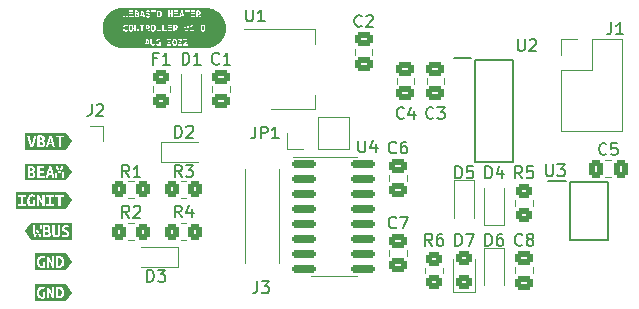
<source format=gto>
%TF.GenerationSoftware,KiCad,Pcbnew,(6.0.2)*%
%TF.CreationDate,2022-08-31T11:18:45+12:00*%
%TF.ProjectId,webasto_heater_controller,77656261-7374-46f5-9f68-65617465725f,1.0*%
%TF.SameCoordinates,Original*%
%TF.FileFunction,Legend,Top*%
%TF.FilePolarity,Positive*%
%FSLAX46Y46*%
G04 Gerber Fmt 4.6, Leading zero omitted, Abs format (unit mm)*
G04 Created by KiCad (PCBNEW (6.0.2)) date 2022-08-31 11:18:45*
%MOMM*%
%LPD*%
G01*
G04 APERTURE LIST*
G04 Aperture macros list*
%AMRoundRect*
0 Rectangle with rounded corners*
0 $1 Rounding radius*
0 $2 $3 $4 $5 $6 $7 $8 $9 X,Y pos of 4 corners*
0 Add a 4 corners polygon primitive as box body*
4,1,4,$2,$3,$4,$5,$6,$7,$8,$9,$2,$3,0*
0 Add four circle primitives for the rounded corners*
1,1,$1+$1,$2,$3*
1,1,$1+$1,$4,$5*
1,1,$1+$1,$6,$7*
1,1,$1+$1,$8,$9*
0 Add four rect primitives between the rounded corners*
20,1,$1+$1,$2,$3,$4,$5,0*
20,1,$1+$1,$4,$5,$6,$7,0*
20,1,$1+$1,$6,$7,$8,$9,0*
20,1,$1+$1,$8,$9,$2,$3,0*%
G04 Aperture macros list end*
%ADD10C,0.150000*%
%ADD11C,0.120000*%
%ADD12C,0.200000*%
%ADD13C,0.100000*%
%ADD14R,0.800000X0.800000*%
%ADD15C,0.800000*%
%ADD16C,2.200000*%
%ADD17C,2.500000*%
%ADD18RoundRect,0.250000X-0.450000X0.350000X-0.450000X-0.350000X0.450000X-0.350000X0.450000X0.350000X0*%
%ADD19R,1.550000X0.650000*%
%ADD20R,2.000000X1.500000*%
%ADD21R,2.000000X3.800000*%
%ADD22R,1.000000X1.000000*%
%ADD23RoundRect,0.250000X-0.475000X0.337500X-0.475000X-0.337500X0.475000X-0.337500X0.475000X0.337500X0*%
%ADD24R,1.500000X0.650000*%
%ADD25RoundRect,0.250000X0.450000X-0.350000X0.450000X0.350000X-0.450000X0.350000X-0.450000X-0.350000X0*%
%ADD26RoundRect,0.250000X0.350000X0.450000X-0.350000X0.450000X-0.350000X-0.450000X0.350000X-0.450000X0*%
%ADD27RoundRect,0.250000X0.337500X0.475000X-0.337500X0.475000X-0.337500X-0.475000X0.337500X-0.475000X0*%
%ADD28RoundRect,0.250000X0.450000X-0.325000X0.450000X0.325000X-0.450000X0.325000X-0.450000X-0.325000X0*%
%ADD29R,1.700000X1.700000*%
%ADD30O,1.700000X1.700000*%
%ADD31RoundRect,0.150000X-0.825000X-0.150000X0.825000X-0.150000X0.825000X0.150000X-0.825000X0.150000X0*%
%ADD32RoundRect,0.250000X0.475000X-0.337500X0.475000X0.337500X-0.475000X0.337500X-0.475000X-0.337500X0*%
%ADD33RoundRect,0.250000X-0.350000X-0.450000X0.350000X-0.450000X0.350000X0.450000X-0.350000X0.450000X0*%
G04 APERTURE END LIST*
D10*
%TO.C,R6*%
X152478333Y-96437380D02*
X152145000Y-95961190D01*
X151906904Y-96437380D02*
X151906904Y-95437380D01*
X152287857Y-95437380D01*
X152383095Y-95485000D01*
X152430714Y-95532619D01*
X152478333Y-95627857D01*
X152478333Y-95770714D01*
X152430714Y-95865952D01*
X152383095Y-95913571D01*
X152287857Y-95961190D01*
X151906904Y-95961190D01*
X153335476Y-95437380D02*
X153145000Y-95437380D01*
X153049761Y-95485000D01*
X153002142Y-95532619D01*
X152906904Y-95675476D01*
X152859285Y-95865952D01*
X152859285Y-96246904D01*
X152906904Y-96342142D01*
X152954523Y-96389761D01*
X153049761Y-96437380D01*
X153240238Y-96437380D01*
X153335476Y-96389761D01*
X153383095Y-96342142D01*
X153430714Y-96246904D01*
X153430714Y-96008809D01*
X153383095Y-95913571D01*
X153335476Y-95865952D01*
X153240238Y-95818333D01*
X153049761Y-95818333D01*
X152954523Y-95865952D01*
X152906904Y-95913571D01*
X152859285Y-96008809D01*
%TO.C,U3*%
X162138095Y-89552380D02*
X162138095Y-90361904D01*
X162185714Y-90457142D01*
X162233333Y-90504761D01*
X162328571Y-90552380D01*
X162519047Y-90552380D01*
X162614285Y-90504761D01*
X162661904Y-90457142D01*
X162709523Y-90361904D01*
X162709523Y-89552380D01*
X163090476Y-89552380D02*
X163709523Y-89552380D01*
X163376190Y-89933333D01*
X163519047Y-89933333D01*
X163614285Y-89980952D01*
X163661904Y-90028571D01*
X163709523Y-90123809D01*
X163709523Y-90361904D01*
X163661904Y-90457142D01*
X163614285Y-90504761D01*
X163519047Y-90552380D01*
X163233333Y-90552380D01*
X163138095Y-90504761D01*
X163090476Y-90457142D01*
%TO.C,U1*%
X136738095Y-76452380D02*
X136738095Y-77261904D01*
X136785714Y-77357142D01*
X136833333Y-77404761D01*
X136928571Y-77452380D01*
X137119047Y-77452380D01*
X137214285Y-77404761D01*
X137261904Y-77357142D01*
X137309523Y-77261904D01*
X137309523Y-76452380D01*
X138309523Y-77452380D02*
X137738095Y-77452380D01*
X138023809Y-77452380D02*
X138023809Y-76452380D01*
X137928571Y-76595238D01*
X137833333Y-76690476D01*
X137738095Y-76738095D01*
%TO.C,D2*%
X130717954Y-87295118D02*
X130717954Y-86295118D01*
X130956050Y-86295118D01*
X131098907Y-86342738D01*
X131194145Y-86437976D01*
X131241764Y-86533214D01*
X131289383Y-86723690D01*
X131289383Y-86866547D01*
X131241764Y-87057023D01*
X131194145Y-87152261D01*
X131098907Y-87247499D01*
X130956050Y-87295118D01*
X130717954Y-87295118D01*
X131670335Y-86390357D02*
X131717954Y-86342738D01*
X131813192Y-86295118D01*
X132051288Y-86295118D01*
X132146526Y-86342738D01*
X132194145Y-86390357D01*
X132241764Y-86485595D01*
X132241764Y-86580833D01*
X132194145Y-86723690D01*
X131622716Y-87295118D01*
X132241764Y-87295118D01*
%TO.C,C6*%
X149428333Y-88532142D02*
X149380714Y-88579761D01*
X149237857Y-88627380D01*
X149142619Y-88627380D01*
X148999761Y-88579761D01*
X148904523Y-88484523D01*
X148856904Y-88389285D01*
X148809285Y-88198809D01*
X148809285Y-88055952D01*
X148856904Y-87865476D01*
X148904523Y-87770238D01*
X148999761Y-87675000D01*
X149142619Y-87627380D01*
X149237857Y-87627380D01*
X149380714Y-87675000D01*
X149428333Y-87722619D01*
X150285476Y-87627380D02*
X150095000Y-87627380D01*
X149999761Y-87675000D01*
X149952142Y-87722619D01*
X149856904Y-87865476D01*
X149809285Y-88055952D01*
X149809285Y-88436904D01*
X149856904Y-88532142D01*
X149904523Y-88579761D01*
X149999761Y-88627380D01*
X150190238Y-88627380D01*
X150285476Y-88579761D01*
X150333095Y-88532142D01*
X150380714Y-88436904D01*
X150380714Y-88198809D01*
X150333095Y-88103571D01*
X150285476Y-88055952D01*
X150190238Y-88008333D01*
X149999761Y-88008333D01*
X149904523Y-88055952D01*
X149856904Y-88103571D01*
X149809285Y-88198809D01*
%TO.C,D6*%
X156986904Y-96437380D02*
X156986904Y-95437380D01*
X157225000Y-95437380D01*
X157367857Y-95485000D01*
X157463095Y-95580238D01*
X157510714Y-95675476D01*
X157558333Y-95865952D01*
X157558333Y-96008809D01*
X157510714Y-96199285D01*
X157463095Y-96294523D01*
X157367857Y-96389761D01*
X157225000Y-96437380D01*
X156986904Y-96437380D01*
X158415476Y-95437380D02*
X158225000Y-95437380D01*
X158129761Y-95485000D01*
X158082142Y-95532619D01*
X157986904Y-95675476D01*
X157939285Y-95865952D01*
X157939285Y-96246904D01*
X157986904Y-96342142D01*
X158034523Y-96389761D01*
X158129761Y-96437380D01*
X158320238Y-96437380D01*
X158415476Y-96389761D01*
X158463095Y-96342142D01*
X158510714Y-96246904D01*
X158510714Y-96008809D01*
X158463095Y-95913571D01*
X158415476Y-95865952D01*
X158320238Y-95818333D01*
X158129761Y-95818333D01*
X158034523Y-95865952D01*
X157986904Y-95913571D01*
X157939285Y-96008809D01*
%TO.C,C4*%
X150083333Y-85607142D02*
X150035714Y-85654761D01*
X149892857Y-85702380D01*
X149797619Y-85702380D01*
X149654761Y-85654761D01*
X149559523Y-85559523D01*
X149511904Y-85464285D01*
X149464285Y-85273809D01*
X149464285Y-85130952D01*
X149511904Y-84940476D01*
X149559523Y-84845238D01*
X149654761Y-84750000D01*
X149797619Y-84702380D01*
X149892857Y-84702380D01*
X150035714Y-84750000D01*
X150083333Y-84797619D01*
X150940476Y-85035714D02*
X150940476Y-85702380D01*
X150702380Y-84654761D02*
X150464285Y-85369047D01*
X151083333Y-85369047D01*
%TO.C,D1*%
X131364128Y-81097380D02*
X131364128Y-80097380D01*
X131602224Y-80097380D01*
X131745081Y-80145000D01*
X131840319Y-80240238D01*
X131887938Y-80335476D01*
X131935557Y-80525952D01*
X131935557Y-80668809D01*
X131887938Y-80859285D01*
X131840319Y-80954523D01*
X131745081Y-81049761D01*
X131602224Y-81097380D01*
X131364128Y-81097380D01*
X132887938Y-81097380D02*
X132316509Y-81097380D01*
X132602224Y-81097380D02*
X132602224Y-80097380D01*
X132506985Y-80240238D01*
X132411747Y-80335476D01*
X132316509Y-80383095D01*
%TO.C,J3*%
X137666666Y-99452380D02*
X137666666Y-100166666D01*
X137619047Y-100309523D01*
X137523809Y-100404761D01*
X137380952Y-100452380D01*
X137285714Y-100452380D01*
X138047619Y-99452380D02*
X138666666Y-99452380D01*
X138333333Y-99833333D01*
X138476190Y-99833333D01*
X138571428Y-99880952D01*
X138619047Y-99928571D01*
X138666666Y-100023809D01*
X138666666Y-100261904D01*
X138619047Y-100357142D01*
X138571428Y-100404761D01*
X138476190Y-100452380D01*
X138190476Y-100452380D01*
X138095238Y-100404761D01*
X138047619Y-100357142D01*
%TO.C,U2*%
X159738095Y-78952380D02*
X159738095Y-79761904D01*
X159785714Y-79857142D01*
X159833333Y-79904761D01*
X159928571Y-79952380D01*
X160119047Y-79952380D01*
X160214285Y-79904761D01*
X160261904Y-79857142D01*
X160309523Y-79761904D01*
X160309523Y-78952380D01*
X160738095Y-79047619D02*
X160785714Y-79000000D01*
X160880952Y-78952380D01*
X161119047Y-78952380D01*
X161214285Y-79000000D01*
X161261904Y-79047619D01*
X161309523Y-79142857D01*
X161309523Y-79238095D01*
X161261904Y-79380952D01*
X160690476Y-79952380D01*
X161309523Y-79952380D01*
%TO.C,R5*%
X160098333Y-90722380D02*
X159765000Y-90246190D01*
X159526904Y-90722380D02*
X159526904Y-89722380D01*
X159907857Y-89722380D01*
X160003095Y-89770000D01*
X160050714Y-89817619D01*
X160098333Y-89912857D01*
X160098333Y-90055714D01*
X160050714Y-90150952D01*
X160003095Y-90198571D01*
X159907857Y-90246190D01*
X159526904Y-90246190D01*
X161003095Y-89722380D02*
X160526904Y-89722380D01*
X160479285Y-90198571D01*
X160526904Y-90150952D01*
X160622142Y-90103333D01*
X160860238Y-90103333D01*
X160955476Y-90150952D01*
X161003095Y-90198571D01*
X161050714Y-90293809D01*
X161050714Y-90531904D01*
X161003095Y-90627142D01*
X160955476Y-90674761D01*
X160860238Y-90722380D01*
X160622142Y-90722380D01*
X160526904Y-90674761D01*
X160479285Y-90627142D01*
%TO.C,R4*%
X131278333Y-94032380D02*
X130945000Y-93556190D01*
X130706904Y-94032380D02*
X130706904Y-93032380D01*
X131087857Y-93032380D01*
X131183095Y-93080000D01*
X131230714Y-93127619D01*
X131278333Y-93222857D01*
X131278333Y-93365714D01*
X131230714Y-93460952D01*
X131183095Y-93508571D01*
X131087857Y-93556190D01*
X130706904Y-93556190D01*
X132135476Y-93365714D02*
X132135476Y-94032380D01*
X131897380Y-92984761D02*
X131659285Y-93699047D01*
X132278333Y-93699047D01*
%TO.C,C5*%
X167233333Y-88657142D02*
X167185714Y-88704761D01*
X167042857Y-88752380D01*
X166947619Y-88752380D01*
X166804761Y-88704761D01*
X166709523Y-88609523D01*
X166661904Y-88514285D01*
X166614285Y-88323809D01*
X166614285Y-88180952D01*
X166661904Y-87990476D01*
X166709523Y-87895238D01*
X166804761Y-87800000D01*
X166947619Y-87752380D01*
X167042857Y-87752380D01*
X167185714Y-87800000D01*
X167233333Y-87847619D01*
X168138095Y-87752380D02*
X167661904Y-87752380D01*
X167614285Y-88228571D01*
X167661904Y-88180952D01*
X167757142Y-88133333D01*
X167995238Y-88133333D01*
X168090476Y-88180952D01*
X168138095Y-88228571D01*
X168185714Y-88323809D01*
X168185714Y-88561904D01*
X168138095Y-88657142D01*
X168090476Y-88704761D01*
X167995238Y-88752380D01*
X167757142Y-88752380D01*
X167661904Y-88704761D01*
X167614285Y-88657142D01*
%TO.C,F1*%
X129206666Y-80573571D02*
X128873333Y-80573571D01*
X128873333Y-81097380D02*
X128873333Y-80097380D01*
X129349523Y-80097380D01*
X130254285Y-81097380D02*
X129682857Y-81097380D01*
X129968571Y-81097380D02*
X129968571Y-80097380D01*
X129873333Y-80240238D01*
X129778095Y-80335476D01*
X129682857Y-80383095D01*
%TO.C,J2*%
X123656666Y-84452380D02*
X123656666Y-85166666D01*
X123609047Y-85309523D01*
X123513809Y-85404761D01*
X123370952Y-85452380D01*
X123275714Y-85452380D01*
X124085238Y-84547619D02*
X124132857Y-84500000D01*
X124228095Y-84452380D01*
X124466190Y-84452380D01*
X124561428Y-84500000D01*
X124609047Y-84547619D01*
X124656666Y-84642857D01*
X124656666Y-84738095D01*
X124609047Y-84880952D01*
X124037619Y-85452380D01*
X124656666Y-85452380D01*
%TO.C,D5*%
X154446904Y-90722380D02*
X154446904Y-89722380D01*
X154685000Y-89722380D01*
X154827857Y-89770000D01*
X154923095Y-89865238D01*
X154970714Y-89960476D01*
X155018333Y-90150952D01*
X155018333Y-90293809D01*
X154970714Y-90484285D01*
X154923095Y-90579523D01*
X154827857Y-90674761D01*
X154685000Y-90722380D01*
X154446904Y-90722380D01*
X155923095Y-89722380D02*
X155446904Y-89722380D01*
X155399285Y-90198571D01*
X155446904Y-90150952D01*
X155542142Y-90103333D01*
X155780238Y-90103333D01*
X155875476Y-90150952D01*
X155923095Y-90198571D01*
X155970714Y-90293809D01*
X155970714Y-90531904D01*
X155923095Y-90627142D01*
X155875476Y-90674761D01*
X155780238Y-90722380D01*
X155542142Y-90722380D01*
X155446904Y-90674761D01*
X155399285Y-90627142D01*
%TO.C,D7*%
X154446904Y-96437380D02*
X154446904Y-95437380D01*
X154685000Y-95437380D01*
X154827857Y-95485000D01*
X154923095Y-95580238D01*
X154970714Y-95675476D01*
X155018333Y-95865952D01*
X155018333Y-96008809D01*
X154970714Y-96199285D01*
X154923095Y-96294523D01*
X154827857Y-96389761D01*
X154685000Y-96437380D01*
X154446904Y-96437380D01*
X155351666Y-95437380D02*
X156018333Y-95437380D01*
X155589761Y-96437380D01*
%TO.C,C2*%
X146518333Y-77827142D02*
X146470714Y-77874761D01*
X146327857Y-77922380D01*
X146232619Y-77922380D01*
X146089761Y-77874761D01*
X145994523Y-77779523D01*
X145946904Y-77684285D01*
X145899285Y-77493809D01*
X145899285Y-77350952D01*
X145946904Y-77160476D01*
X145994523Y-77065238D01*
X146089761Y-76970000D01*
X146232619Y-76922380D01*
X146327857Y-76922380D01*
X146470714Y-76970000D01*
X146518333Y-77017619D01*
X146899285Y-77017619D02*
X146946904Y-76970000D01*
X147042142Y-76922380D01*
X147280238Y-76922380D01*
X147375476Y-76970000D01*
X147423095Y-77017619D01*
X147470714Y-77112857D01*
X147470714Y-77208095D01*
X147423095Y-77350952D01*
X146851666Y-77922380D01*
X147470714Y-77922380D01*
%TO.C,D4*%
X156986904Y-90722380D02*
X156986904Y-89722380D01*
X157225000Y-89722380D01*
X157367857Y-89770000D01*
X157463095Y-89865238D01*
X157510714Y-89960476D01*
X157558333Y-90150952D01*
X157558333Y-90293809D01*
X157510714Y-90484285D01*
X157463095Y-90579523D01*
X157367857Y-90674761D01*
X157225000Y-90722380D01*
X156986904Y-90722380D01*
X158415476Y-90055714D02*
X158415476Y-90722380D01*
X158177380Y-89674761D02*
X157939285Y-90389047D01*
X158558333Y-90389047D01*
%TO.C,C3*%
X152583333Y-85607142D02*
X152535714Y-85654761D01*
X152392857Y-85702380D01*
X152297619Y-85702380D01*
X152154761Y-85654761D01*
X152059523Y-85559523D01*
X152011904Y-85464285D01*
X151964285Y-85273809D01*
X151964285Y-85130952D01*
X152011904Y-84940476D01*
X152059523Y-84845238D01*
X152154761Y-84750000D01*
X152297619Y-84702380D01*
X152392857Y-84702380D01*
X152535714Y-84750000D01*
X152583333Y-84797619D01*
X152916666Y-84702380D02*
X153535714Y-84702380D01*
X153202380Y-85083333D01*
X153345238Y-85083333D01*
X153440476Y-85130952D01*
X153488095Y-85178571D01*
X153535714Y-85273809D01*
X153535714Y-85511904D01*
X153488095Y-85607142D01*
X153440476Y-85654761D01*
X153345238Y-85702380D01*
X153059523Y-85702380D01*
X152964285Y-85654761D01*
X152916666Y-85607142D01*
%TO.C,J1*%
X167641666Y-77517380D02*
X167641666Y-78231666D01*
X167594047Y-78374523D01*
X167498809Y-78469761D01*
X167355952Y-78517380D01*
X167260714Y-78517380D01*
X168641666Y-78517380D02*
X168070238Y-78517380D01*
X168355952Y-78517380D02*
X168355952Y-77517380D01*
X168260714Y-77660238D01*
X168165476Y-77755476D01*
X168070238Y-77803095D01*
%TO.C,R3*%
X131278333Y-90603380D02*
X130945000Y-90127190D01*
X130706904Y-90603380D02*
X130706904Y-89603380D01*
X131087857Y-89603380D01*
X131183095Y-89651000D01*
X131230714Y-89698619D01*
X131278333Y-89793857D01*
X131278333Y-89936714D01*
X131230714Y-90031952D01*
X131183095Y-90079571D01*
X131087857Y-90127190D01*
X130706904Y-90127190D01*
X131611666Y-89603380D02*
X132230714Y-89603380D01*
X131897380Y-89984333D01*
X132040238Y-89984333D01*
X132135476Y-90031952D01*
X132183095Y-90079571D01*
X132230714Y-90174809D01*
X132230714Y-90412904D01*
X132183095Y-90508142D01*
X132135476Y-90555761D01*
X132040238Y-90603380D01*
X131754523Y-90603380D01*
X131659285Y-90555761D01*
X131611666Y-90508142D01*
%TO.C,U4*%
X146238095Y-87532380D02*
X146238095Y-88341904D01*
X146285714Y-88437142D01*
X146333333Y-88484761D01*
X146428571Y-88532380D01*
X146619047Y-88532380D01*
X146714285Y-88484761D01*
X146761904Y-88437142D01*
X146809523Y-88341904D01*
X146809523Y-87532380D01*
X147714285Y-87865714D02*
X147714285Y-88532380D01*
X147476190Y-87484761D02*
X147238095Y-88199047D01*
X147857142Y-88199047D01*
%TO.C,C8*%
X160098333Y-96342142D02*
X160050714Y-96389761D01*
X159907857Y-96437380D01*
X159812619Y-96437380D01*
X159669761Y-96389761D01*
X159574523Y-96294523D01*
X159526904Y-96199285D01*
X159479285Y-96008809D01*
X159479285Y-95865952D01*
X159526904Y-95675476D01*
X159574523Y-95580238D01*
X159669761Y-95485000D01*
X159812619Y-95437380D01*
X159907857Y-95437380D01*
X160050714Y-95485000D01*
X160098333Y-95532619D01*
X160669761Y-95865952D02*
X160574523Y-95818333D01*
X160526904Y-95770714D01*
X160479285Y-95675476D01*
X160479285Y-95627857D01*
X160526904Y-95532619D01*
X160574523Y-95485000D01*
X160669761Y-95437380D01*
X160860238Y-95437380D01*
X160955476Y-95485000D01*
X161003095Y-95532619D01*
X161050714Y-95627857D01*
X161050714Y-95675476D01*
X161003095Y-95770714D01*
X160955476Y-95818333D01*
X160860238Y-95865952D01*
X160669761Y-95865952D01*
X160574523Y-95913571D01*
X160526904Y-95961190D01*
X160479285Y-96056428D01*
X160479285Y-96246904D01*
X160526904Y-96342142D01*
X160574523Y-96389761D01*
X160669761Y-96437380D01*
X160860238Y-96437380D01*
X160955476Y-96389761D01*
X161003095Y-96342142D01*
X161050714Y-96246904D01*
X161050714Y-96056428D01*
X161003095Y-95961190D01*
X160955476Y-95913571D01*
X160860238Y-95865952D01*
%TO.C,C1*%
X134445924Y-81002142D02*
X134398305Y-81049761D01*
X134255448Y-81097380D01*
X134160210Y-81097380D01*
X134017352Y-81049761D01*
X133922114Y-80954523D01*
X133874495Y-80859285D01*
X133826876Y-80668809D01*
X133826876Y-80525952D01*
X133874495Y-80335476D01*
X133922114Y-80240238D01*
X134017352Y-80145000D01*
X134160210Y-80097380D01*
X134255448Y-80097380D01*
X134398305Y-80145000D01*
X134445924Y-80192619D01*
X135398305Y-81097380D02*
X134826876Y-81097380D01*
X135112591Y-81097380D02*
X135112591Y-80097380D01*
X135017352Y-80240238D01*
X134922114Y-80335476D01*
X134826876Y-80383095D01*
%TO.C,R2*%
X126833333Y-94052380D02*
X126500000Y-93576190D01*
X126261904Y-94052380D02*
X126261904Y-93052380D01*
X126642857Y-93052380D01*
X126738095Y-93100000D01*
X126785714Y-93147619D01*
X126833333Y-93242857D01*
X126833333Y-93385714D01*
X126785714Y-93480952D01*
X126738095Y-93528571D01*
X126642857Y-93576190D01*
X126261904Y-93576190D01*
X127214285Y-93147619D02*
X127261904Y-93100000D01*
X127357142Y-93052380D01*
X127595238Y-93052380D01*
X127690476Y-93100000D01*
X127738095Y-93147619D01*
X127785714Y-93242857D01*
X127785714Y-93338095D01*
X127738095Y-93480952D01*
X127166666Y-94052380D01*
X127785714Y-94052380D01*
%TO.C,C7*%
X149428333Y-94882142D02*
X149380714Y-94929761D01*
X149237857Y-94977380D01*
X149142619Y-94977380D01*
X148999761Y-94929761D01*
X148904523Y-94834523D01*
X148856904Y-94739285D01*
X148809285Y-94548809D01*
X148809285Y-94405952D01*
X148856904Y-94215476D01*
X148904523Y-94120238D01*
X148999761Y-94025000D01*
X149142619Y-93977380D01*
X149237857Y-93977380D01*
X149380714Y-94025000D01*
X149428333Y-94072619D01*
X149761666Y-93977380D02*
X150428333Y-93977380D01*
X149999761Y-94977380D01*
%TO.C,D3*%
X128350854Y-99480502D02*
X128350854Y-98480502D01*
X128588950Y-98480502D01*
X128731807Y-98528122D01*
X128827045Y-98623360D01*
X128874664Y-98718598D01*
X128922283Y-98909074D01*
X128922283Y-99051931D01*
X128874664Y-99242407D01*
X128827045Y-99337645D01*
X128731807Y-99432883D01*
X128588950Y-99480502D01*
X128350854Y-99480502D01*
X129255616Y-98480502D02*
X129874664Y-98480502D01*
X129541330Y-98861455D01*
X129684188Y-98861455D01*
X129779426Y-98909074D01*
X129827045Y-98956693D01*
X129874664Y-99051931D01*
X129874664Y-99290026D01*
X129827045Y-99385264D01*
X129779426Y-99432883D01*
X129684188Y-99480502D01*
X129398473Y-99480502D01*
X129303235Y-99432883D01*
X129255616Y-99385264D01*
%TO.C,R1*%
X126833333Y-90627380D02*
X126500000Y-90151190D01*
X126261904Y-90627380D02*
X126261904Y-89627380D01*
X126642857Y-89627380D01*
X126738095Y-89675000D01*
X126785714Y-89722619D01*
X126833333Y-89817857D01*
X126833333Y-89960714D01*
X126785714Y-90055952D01*
X126738095Y-90103571D01*
X126642857Y-90151190D01*
X126261904Y-90151190D01*
X127785714Y-90627380D02*
X127214285Y-90627380D01*
X127500000Y-90627380D02*
X127500000Y-89627380D01*
X127404761Y-89770238D01*
X127309523Y-89865476D01*
X127214285Y-89913095D01*
%TO.C,JP1*%
X137501666Y-86352380D02*
X137501666Y-87066666D01*
X137454047Y-87209523D01*
X137358809Y-87304761D01*
X137215952Y-87352380D01*
X137120714Y-87352380D01*
X137977857Y-87352380D02*
X137977857Y-86352380D01*
X138358809Y-86352380D01*
X138454047Y-86400000D01*
X138501666Y-86447619D01*
X138549285Y-86542857D01*
X138549285Y-86685714D01*
X138501666Y-86780952D01*
X138454047Y-86828571D01*
X138358809Y-86876190D01*
X137977857Y-86876190D01*
X139501666Y-87352380D02*
X138930238Y-87352380D01*
X139215952Y-87352380D02*
X139215952Y-86352380D01*
X139120714Y-86495238D01*
X139025476Y-86590476D01*
X138930238Y-86638095D01*
D11*
%TO.C,R6*%
X151910000Y-98297936D02*
X151910000Y-98752064D01*
X153380000Y-98297936D02*
X153380000Y-98752064D01*
%TO.C,kibuzzard-62F61ED5*%
G36*
X117242827Y-91888800D02*
G01*
X121483040Y-91888800D01*
X121957173Y-92600000D01*
X121483040Y-93311200D01*
X117242827Y-93311200D01*
X117242827Y-93092125D01*
X117441265Y-93092125D01*
X118065152Y-93092125D01*
X118065152Y-92930200D01*
X117852427Y-92930200D01*
X117852427Y-92600000D01*
X118192152Y-92600000D01*
X118199296Y-92719261D01*
X118220727Y-92823044D01*
X118255255Y-92911150D01*
X118301690Y-92983381D01*
X118359435Y-93039737D01*
X118427896Y-93080219D01*
X118506279Y-93104627D01*
X118593790Y-93112762D01*
X118690826Y-93108794D01*
X118772383Y-93096887D01*
X118790505Y-93092125D01*
X119016065Y-93092125D01*
X119192277Y-93092125D01*
X119192277Y-92439662D01*
X119251279Y-92548583D01*
X119307635Y-92657326D01*
X119361346Y-92765894D01*
X119412410Y-92874461D01*
X119460829Y-92983205D01*
X119506602Y-93092125D01*
X119663765Y-93092125D01*
X119822515Y-93092125D01*
X120446402Y-93092125D01*
X120446402Y-92930200D01*
X120233677Y-92930200D01*
X120233677Y-92271387D01*
X120446402Y-92271387D01*
X120570227Y-92271387D01*
X120828990Y-92271387D01*
X120828990Y-93092125D01*
X121025840Y-93092125D01*
X121025840Y-92271387D01*
X121284602Y-92271387D01*
X121284602Y-92109462D01*
X120570227Y-92109462D01*
X120570227Y-92271387D01*
X120446402Y-92271387D01*
X120446402Y-92109462D01*
X119822515Y-92109462D01*
X119822515Y-92271387D01*
X120036827Y-92271387D01*
X120036827Y-92930200D01*
X119822515Y-92930200D01*
X119822515Y-93092125D01*
X119663765Y-93092125D01*
X119663765Y-92109462D01*
X119487552Y-92109462D01*
X119487552Y-92714300D01*
X119459572Y-92652387D01*
X119426433Y-92580950D01*
X119389127Y-92503559D01*
X119348646Y-92423787D01*
X119305982Y-92342627D01*
X119262127Y-92261069D01*
X119217677Y-92182289D01*
X119173227Y-92109462D01*
X119016065Y-92109462D01*
X119016065Y-93092125D01*
X118790505Y-93092125D01*
X118881127Y-93068312D01*
X118881127Y-92577775D01*
X118685865Y-92577775D01*
X118685865Y-92936550D01*
X118647765Y-92941312D01*
X118609665Y-92942900D01*
X118514811Y-92922064D01*
X118446152Y-92859556D01*
X118415284Y-92793675D01*
X118396763Y-92707156D01*
X118390590Y-92600000D01*
X118393963Y-92527173D01*
X118404083Y-92461094D01*
X118448533Y-92353144D01*
X118527115Y-92282500D01*
X118644590Y-92257100D01*
X118749365Y-92274562D01*
X118835090Y-92314250D01*
X118885890Y-92158675D01*
X118853346Y-92139625D01*
X118798577Y-92115812D01*
X118719996Y-92095969D01*
X118617602Y-92087237D01*
X118531480Y-92095373D01*
X118450915Y-92119781D01*
X118378286Y-92160461D01*
X118315977Y-92217412D01*
X118264780Y-92290239D01*
X118225490Y-92378544D01*
X118200486Y-92481930D01*
X118192152Y-92600000D01*
X117852427Y-92600000D01*
X117852427Y-92271387D01*
X118065152Y-92271387D01*
X118065152Y-92109462D01*
X117441265Y-92109462D01*
X117441265Y-92271387D01*
X117655577Y-92271387D01*
X117655577Y-92930200D01*
X117441265Y-92930200D01*
X117441265Y-93092125D01*
X117242827Y-93092125D01*
X117242827Y-91888800D01*
G37*
D12*
%TO.C,U3*%
X167350000Y-95950000D02*
X164150000Y-95950000D01*
X164150000Y-91050000D02*
X167350000Y-91050000D01*
X162250000Y-90920000D02*
X163800000Y-90920000D01*
X164150000Y-95950000D02*
X164150000Y-91050000D01*
X167350000Y-91050000D02*
X167350000Y-95950000D01*
D11*
%TO.C,U1*%
X142590000Y-78080000D02*
X142590000Y-79340000D01*
X142590000Y-84900000D02*
X142590000Y-83640000D01*
X138830000Y-84900000D02*
X142590000Y-84900000D01*
X136580000Y-78080000D02*
X142590000Y-78080000D01*
%TO.C,D2*%
X129545000Y-87650000D02*
X129545000Y-89350000D01*
X129545000Y-87650000D02*
X132695000Y-87650000D01*
X129545000Y-89350000D02*
X132695000Y-89350000D01*
%TO.C,C6*%
X148860000Y-90453748D02*
X148860000Y-90976252D01*
X150330000Y-90453748D02*
X150330000Y-90976252D01*
%TO.C,kibuzzard-62F61EFB*%
G36*
X118816733Y-99688800D02*
G01*
X121509133Y-99688800D01*
X121983267Y-100400000D01*
X121509133Y-101111200D01*
X118816733Y-101111200D01*
X118816733Y-100400000D01*
X119015171Y-100400000D01*
X119022315Y-100519261D01*
X119043746Y-100623044D01*
X119078274Y-100711150D01*
X119124708Y-100783381D01*
X119182454Y-100839737D01*
X119250915Y-100880219D01*
X119329297Y-100904627D01*
X119416808Y-100912762D01*
X119513844Y-100908794D01*
X119595402Y-100896887D01*
X119613524Y-100892125D01*
X119839083Y-100892125D01*
X120015296Y-100892125D01*
X120015296Y-100239662D01*
X120074298Y-100348583D01*
X120130654Y-100457326D01*
X120184365Y-100565894D01*
X120235429Y-100674461D01*
X120283848Y-100783205D01*
X120329621Y-100892125D01*
X120486783Y-100892125D01*
X120486783Y-100881012D01*
X120645533Y-100881012D01*
X120752690Y-100899269D01*
X120855083Y-100904825D01*
X120950929Y-100897880D01*
X121038440Y-100877044D01*
X121116029Y-100841127D01*
X121182108Y-100788937D01*
X121235885Y-100719683D01*
X121276565Y-100632569D01*
X121302163Y-100526405D01*
X121310696Y-100400000D01*
X121302957Y-100276373D01*
X121279740Y-100172194D01*
X121242632Y-100086072D01*
X121193221Y-100016619D01*
X121131507Y-99963636D01*
X121057490Y-99926925D01*
X120973154Y-99905494D01*
X120880483Y-99898350D01*
X120770946Y-99903112D01*
X120645533Y-99922162D01*
X120645533Y-100881012D01*
X120486783Y-100881012D01*
X120486783Y-99909462D01*
X120310571Y-99909462D01*
X120310571Y-100514300D01*
X120282591Y-100452387D01*
X120249452Y-100380950D01*
X120212146Y-100303559D01*
X120171665Y-100223787D01*
X120129001Y-100142627D01*
X120085146Y-100061069D01*
X120040696Y-99982289D01*
X119996246Y-99909462D01*
X119839083Y-99909462D01*
X119839083Y-100892125D01*
X119613524Y-100892125D01*
X119704146Y-100868312D01*
X119704146Y-100377775D01*
X119508883Y-100377775D01*
X119508883Y-100736550D01*
X119470783Y-100741312D01*
X119432683Y-100742900D01*
X119337830Y-100722064D01*
X119269171Y-100659556D01*
X119238303Y-100593675D01*
X119219782Y-100507156D01*
X119213608Y-100400000D01*
X119216982Y-100327173D01*
X119227102Y-100261094D01*
X119271552Y-100153144D01*
X119350133Y-100082500D01*
X119467608Y-100057100D01*
X119572383Y-100074562D01*
X119658108Y-100114250D01*
X119708908Y-99958675D01*
X119676365Y-99939625D01*
X119621596Y-99915812D01*
X119543015Y-99895969D01*
X119440621Y-99887237D01*
X119354499Y-99895373D01*
X119273933Y-99919781D01*
X119201305Y-99960461D01*
X119138996Y-100017412D01*
X119087799Y-100090239D01*
X119048508Y-100178544D01*
X119023505Y-100281930D01*
X119015171Y-100400000D01*
X118816733Y-100400000D01*
X118816733Y-99688800D01*
G37*
G36*
X121004308Y-100095994D02*
G01*
X121069396Y-100169812D01*
X121102733Y-100276175D01*
X121112258Y-100400000D01*
X121109282Y-100470048D01*
X121100352Y-100534144D01*
X121060665Y-100639712D01*
X120987640Y-100709562D01*
X120875721Y-100734962D01*
X120858258Y-100734962D01*
X120840796Y-100733375D01*
X120840796Y-100072975D01*
X120869371Y-100069006D01*
X120897946Y-100068212D01*
X121004308Y-100095994D01*
G37*
%TO.C,D6*%
X156875000Y-96625000D02*
X156875000Y-99775000D01*
X158575000Y-96625000D02*
X156875000Y-96625000D01*
X158575000Y-96625000D02*
X158575000Y-99775000D01*
%TO.C,C4*%
X150945000Y-82238748D02*
X150945000Y-82761252D01*
X149475000Y-82238748D02*
X149475000Y-82761252D01*
%TO.C,D1*%
X131230000Y-85085000D02*
X132930000Y-85085000D01*
X131230000Y-85085000D02*
X131230000Y-81935000D01*
X132930000Y-85085000D02*
X132930000Y-81935000D01*
%TO.C,kibuzzard-62F61DC3*%
G36*
X119404158Y-87270594D02*
G01*
X119448608Y-87286469D01*
X119478771Y-87319806D01*
X119489883Y-87376162D01*
X119451783Y-87465856D01*
X119339071Y-87498400D01*
X119262871Y-87498400D01*
X119262871Y-87272975D01*
X119305733Y-87268212D01*
X119351771Y-87266625D01*
X119404158Y-87270594D01*
G37*
G36*
X120200290Y-87403944D02*
G01*
X120225690Y-87502369D01*
X120247121Y-87600000D01*
X120266171Y-87701600D01*
X120074083Y-87701600D01*
X120093927Y-87600000D01*
X120116152Y-87502369D01*
X120141552Y-87403944D01*
X120170921Y-87298375D01*
X120200290Y-87403944D01*
G37*
G36*
X118010333Y-86898325D02*
G01*
X121521883Y-86898325D01*
X121989667Y-87600000D01*
X121521883Y-88301675D01*
X118010333Y-88301675D01*
X118010333Y-87107875D01*
X118208771Y-87107875D01*
X118227027Y-87196775D01*
X118253221Y-87307900D01*
X118274211Y-87391067D01*
X118296965Y-87477586D01*
X118321483Y-87567456D01*
X118347412Y-87659090D01*
X118374400Y-87750901D01*
X118402446Y-87842888D01*
X118444118Y-87973856D01*
X118483408Y-88090538D01*
X118685021Y-88090538D01*
X118690715Y-88074663D01*
X119067608Y-88074663D01*
X119136268Y-88087164D01*
X119205721Y-88096094D01*
X119274380Y-88101452D01*
X119340658Y-88103238D01*
X119419041Y-88099467D01*
X119476845Y-88090538D01*
X119789921Y-88090538D01*
X119993121Y-88090538D01*
X120037571Y-87863525D01*
X120299508Y-87863525D01*
X120345546Y-88090538D01*
X120555096Y-88090538D01*
X120528902Y-87979127D01*
X120502391Y-87870954D01*
X120475562Y-87766021D01*
X120448416Y-87664325D01*
X120420952Y-87565869D01*
X120386374Y-87446459D01*
X120351697Y-87330323D01*
X120333048Y-87269800D01*
X120609071Y-87269800D01*
X120867833Y-87269800D01*
X120867833Y-88090538D01*
X121064683Y-88090538D01*
X121064683Y-87269800D01*
X121323446Y-87269800D01*
X121323446Y-87107875D01*
X120609071Y-87107875D01*
X120609071Y-87269800D01*
X120333048Y-87269800D01*
X120316921Y-87217462D01*
X120282046Y-87107875D01*
X120069321Y-87107875D01*
X120035686Y-87216569D01*
X120001455Y-87328339D01*
X119966629Y-87443185D01*
X119931208Y-87561106D01*
X119902697Y-87658737D01*
X119874312Y-87760496D01*
X119846055Y-87866383D01*
X119817924Y-87976396D01*
X119789921Y-88090538D01*
X119476845Y-88090538D01*
X119492265Y-88088156D01*
X119558146Y-88067916D01*
X119614502Y-88037356D01*
X119696258Y-87942106D01*
X119718880Y-87875233D01*
X119726421Y-87793675D01*
X119717491Y-87727000D01*
X119690702Y-87663500D01*
X119638910Y-87607938D01*
X119554971Y-87565075D01*
X119646252Y-87479350D01*
X119671851Y-87421406D01*
X119680383Y-87355525D01*
X119666096Y-87263450D01*
X119612121Y-87180106D01*
X119502583Y-87119781D01*
X119422415Y-87102517D01*
X119321608Y-87096762D01*
X119189846Y-87103906D01*
X119067608Y-87120575D01*
X119067608Y-88074663D01*
X118690715Y-88074663D01*
X118715360Y-88005959D01*
X118744993Y-87919440D01*
X118773921Y-87830981D01*
X118801702Y-87742081D01*
X118827896Y-87654240D01*
X118852502Y-87567456D01*
X118886236Y-87441052D01*
X118916002Y-87320600D01*
X118941601Y-87208681D01*
X118962833Y-87107875D01*
X118758046Y-87107875D01*
X118743758Y-87190425D01*
X118726296Y-87285675D01*
X118706452Y-87388664D01*
X118685021Y-87494431D01*
X118662002Y-87600794D01*
X118637396Y-87705569D01*
X118611996Y-87803795D01*
X118586596Y-87890512D01*
X118560997Y-87802605D01*
X118535002Y-87703981D01*
X118509602Y-87599206D01*
X118485790Y-87492844D01*
X118463763Y-87387275D01*
X118443721Y-87284881D01*
X118427052Y-87190227D01*
X118415146Y-87107875D01*
X118208771Y-87107875D01*
X118010333Y-87107875D01*
X118010333Y-86898325D01*
G37*
G36*
X119489090Y-87691281D02*
G01*
X119534333Y-87793675D01*
X119518458Y-87864319D01*
X119477977Y-87907181D01*
X119421621Y-87927819D01*
X119356533Y-87933375D01*
X119308115Y-87931788D01*
X119262871Y-87927025D01*
X119262871Y-87660325D01*
X119367646Y-87660325D01*
X119489090Y-87691281D01*
G37*
D13*
%TO.C,J3*%
X136650000Y-89920000D02*
X136650000Y-97860000D01*
X139550000Y-89920000D02*
X139550000Y-97860000D01*
D12*
%TO.C,U2*%
X156150000Y-89325000D02*
X156150000Y-80675000D01*
X154300000Y-80515000D02*
X155800000Y-80515000D01*
X159350000Y-89325000D02*
X156150000Y-89325000D01*
X159350000Y-80675000D02*
X159350000Y-89325000D01*
X156150000Y-80675000D02*
X159350000Y-80675000D01*
D11*
%TO.C,R5*%
X159530000Y-93037064D02*
X159530000Y-92582936D01*
X161000000Y-93037064D02*
X161000000Y-92582936D01*
%TO.C,R4*%
X131672064Y-95985000D02*
X131217936Y-95985000D01*
X131672064Y-94515000D02*
X131217936Y-94515000D01*
%TO.C,C5*%
X167661252Y-90635000D02*
X167138748Y-90635000D01*
X167661252Y-89165000D02*
X167138748Y-89165000D01*
%TO.C,F1*%
X128830000Y-83446252D02*
X128830000Y-82923748D01*
X130250000Y-83446252D02*
X130250000Y-82923748D01*
%TO.C,J2*%
X124610000Y-86260000D02*
X124610000Y-87590000D01*
X123500000Y-86260000D02*
X124610000Y-86260000D01*
%TO.C,D5*%
X156035000Y-90910000D02*
X156035000Y-94060000D01*
X156035000Y-90910000D02*
X154335000Y-90910000D01*
X154335000Y-90910000D02*
X154335000Y-94060000D01*
%TO.C,kibuzzard-62F61EF6*%
G36*
X118816733Y-97088800D02*
G01*
X121509133Y-97088800D01*
X121983267Y-97800000D01*
X121509133Y-98511200D01*
X118816733Y-98511200D01*
X118816733Y-97800000D01*
X119015171Y-97800000D01*
X119022315Y-97919261D01*
X119043746Y-98023044D01*
X119078274Y-98111150D01*
X119124708Y-98183381D01*
X119182454Y-98239737D01*
X119250915Y-98280219D01*
X119329297Y-98304627D01*
X119416808Y-98312762D01*
X119513844Y-98308794D01*
X119595402Y-98296887D01*
X119613524Y-98292125D01*
X119839083Y-98292125D01*
X120015296Y-98292125D01*
X120015296Y-97639662D01*
X120074298Y-97748583D01*
X120130654Y-97857326D01*
X120184365Y-97965894D01*
X120235429Y-98074461D01*
X120283848Y-98183205D01*
X120329621Y-98292125D01*
X120486783Y-98292125D01*
X120486783Y-98281012D01*
X120645533Y-98281012D01*
X120752690Y-98299269D01*
X120855083Y-98304825D01*
X120950929Y-98297880D01*
X121038440Y-98277044D01*
X121116029Y-98241127D01*
X121182108Y-98188937D01*
X121235885Y-98119683D01*
X121276565Y-98032569D01*
X121302163Y-97926405D01*
X121310696Y-97800000D01*
X121302957Y-97676373D01*
X121279740Y-97572194D01*
X121242632Y-97486072D01*
X121193221Y-97416619D01*
X121131507Y-97363636D01*
X121057490Y-97326925D01*
X120973154Y-97305494D01*
X120880483Y-97298350D01*
X120770946Y-97303112D01*
X120645533Y-97322162D01*
X120645533Y-98281012D01*
X120486783Y-98281012D01*
X120486783Y-97309462D01*
X120310571Y-97309462D01*
X120310571Y-97914300D01*
X120282591Y-97852387D01*
X120249452Y-97780950D01*
X120212146Y-97703559D01*
X120171665Y-97623787D01*
X120129001Y-97542627D01*
X120085146Y-97461069D01*
X120040696Y-97382289D01*
X119996246Y-97309462D01*
X119839083Y-97309462D01*
X119839083Y-98292125D01*
X119613524Y-98292125D01*
X119704146Y-98268312D01*
X119704146Y-97777775D01*
X119508883Y-97777775D01*
X119508883Y-98136550D01*
X119470783Y-98141312D01*
X119432683Y-98142900D01*
X119337830Y-98122064D01*
X119269171Y-98059556D01*
X119238303Y-97993675D01*
X119219782Y-97907156D01*
X119213608Y-97800000D01*
X119216982Y-97727173D01*
X119227102Y-97661094D01*
X119271552Y-97553144D01*
X119350133Y-97482500D01*
X119467608Y-97457100D01*
X119572383Y-97474562D01*
X119658108Y-97514250D01*
X119708908Y-97358675D01*
X119676365Y-97339625D01*
X119621596Y-97315812D01*
X119543015Y-97295969D01*
X119440621Y-97287237D01*
X119354499Y-97295373D01*
X119273933Y-97319781D01*
X119201305Y-97360461D01*
X119138996Y-97417412D01*
X119087799Y-97490239D01*
X119048508Y-97578544D01*
X119023505Y-97681930D01*
X119015171Y-97800000D01*
X118816733Y-97800000D01*
X118816733Y-97088800D01*
G37*
G36*
X121004308Y-97495994D02*
G01*
X121069396Y-97569812D01*
X121102733Y-97676175D01*
X121112258Y-97800000D01*
X121109282Y-97870048D01*
X121100352Y-97934144D01*
X121060665Y-98039712D01*
X120987640Y-98109562D01*
X120875721Y-98134962D01*
X120858258Y-98134962D01*
X120840796Y-98133375D01*
X120840796Y-97472975D01*
X120869371Y-97469006D01*
X120897946Y-97468212D01*
X121004308Y-97495994D01*
G37*
%TO.C,D7*%
X156145000Y-100385000D02*
X156145000Y-97525000D01*
X154225000Y-97525000D02*
X154225000Y-100385000D01*
X154225000Y-100385000D02*
X156145000Y-100385000D01*
%TO.C,C2*%
X147420000Y-79748748D02*
X147420000Y-80271252D01*
X145950000Y-79748748D02*
X145950000Y-80271252D01*
%TO.C,D4*%
X156875000Y-94710000D02*
X158575000Y-94710000D01*
X156875000Y-94710000D02*
X156875000Y-91560000D01*
X158575000Y-94710000D02*
X158575000Y-91560000D01*
%TO.C,C3*%
X152015000Y-82238748D02*
X152015000Y-82761252D01*
X153485000Y-82238748D02*
X153485000Y-82761252D01*
%TO.C,J1*%
X163395000Y-78945000D02*
X164725000Y-78945000D01*
X168595000Y-78945000D02*
X168595000Y-86685000D01*
X165995000Y-81545000D02*
X165995000Y-78945000D01*
X163395000Y-86685000D02*
X168595000Y-86685000D01*
X163395000Y-81545000D02*
X165995000Y-81545000D01*
X163395000Y-80275000D02*
X163395000Y-78945000D01*
X163395000Y-81545000D02*
X163395000Y-86685000D01*
X165995000Y-78945000D02*
X168595000Y-78945000D01*
%TO.C,R3*%
X131672064Y-90940000D02*
X131217936Y-90940000D01*
X131672064Y-92410000D02*
X131217936Y-92410000D01*
%TO.C,U4*%
X144145000Y-99040000D02*
X146095000Y-99040000D01*
X144145000Y-99040000D02*
X142195000Y-99040000D01*
X144145000Y-88920000D02*
X140695000Y-88920000D01*
X144145000Y-88920000D02*
X146095000Y-88920000D01*
%TO.C,C8*%
X161000000Y-98263748D02*
X161000000Y-98786252D01*
X159530000Y-98263748D02*
X159530000Y-98786252D01*
%TO.C,kibuzzard-62F62203*%
G36*
X127038057Y-77817798D02*
G01*
X127065741Y-77860965D01*
X127078879Y-77925247D01*
X127081342Y-77963605D01*
X127082163Y-78004544D01*
X127078879Y-78083372D01*
X127065741Y-78147654D01*
X127037588Y-78191290D01*
X126990198Y-78207244D01*
X126942338Y-78191290D01*
X126914655Y-78148123D01*
X126901517Y-78083841D01*
X126899053Y-78045483D01*
X126898232Y-78004544D01*
X126901517Y-77925716D01*
X126914655Y-77861434D01*
X126942338Y-77817798D01*
X126990198Y-77801844D01*
X127038057Y-77817798D01*
G37*
G36*
X133089951Y-78208182D02*
G01*
X133048426Y-78195161D01*
X133017693Y-78156099D01*
X132998690Y-78091935D01*
X132992355Y-78003606D01*
X132993033Y-77994221D01*
X133038338Y-77994221D01*
X133052415Y-78037858D01*
X133090890Y-78056157D01*
X133127958Y-78037858D01*
X133142503Y-77994221D01*
X133127958Y-77950115D01*
X133090890Y-77931347D01*
X133052415Y-77950115D01*
X133038338Y-77994221D01*
X132993033Y-77994221D01*
X132998690Y-77915980D01*
X133017693Y-77852050D01*
X133048426Y-77812988D01*
X133089951Y-77799968D01*
X133132063Y-77812988D01*
X133162679Y-77852050D01*
X133181330Y-77915980D01*
X133187548Y-78003606D01*
X133181330Y-78091935D01*
X133162679Y-78156099D01*
X133132063Y-78195161D01*
X133090890Y-78207892D01*
X133089951Y-78208182D01*
G37*
G36*
X131303674Y-76692874D02*
G01*
X131318914Y-76751929D01*
X131331773Y-76810508D01*
X131343203Y-76871468D01*
X131227950Y-76871468D01*
X131239856Y-76810508D01*
X131253191Y-76751929D01*
X131268431Y-76692874D01*
X131286053Y-76629533D01*
X131303674Y-76692874D01*
G37*
G36*
X130751634Y-77813809D02*
G01*
X130784245Y-77829997D01*
X130805359Y-77857681D01*
X130812397Y-77897564D01*
X130786121Y-77962784D01*
X130751634Y-77980028D01*
X130700725Y-77985776D01*
X130675387Y-77985776D01*
X130675387Y-77811229D01*
X130694156Y-77808883D01*
X130710109Y-77808413D01*
X130751634Y-77813809D01*
G37*
G36*
X128405575Y-77813809D02*
G01*
X128438185Y-77829997D01*
X128459300Y-77857681D01*
X128466338Y-77897564D01*
X128440062Y-77962784D01*
X128405575Y-77980028D01*
X128354666Y-77985776D01*
X128329328Y-77985776D01*
X128329328Y-77811229D01*
X128348097Y-77808883D01*
X128364050Y-77808413D01*
X128405575Y-77813809D01*
G37*
G36*
X129430583Y-76620008D02*
G01*
X129458681Y-76663823D01*
X129472016Y-76729069D01*
X129474517Y-76768003D01*
X129475350Y-76809555D01*
X129474517Y-76850989D01*
X129472016Y-76889565D01*
X129458681Y-76954812D01*
X129430106Y-76999103D01*
X129382005Y-77015295D01*
X129333428Y-76999103D01*
X129305329Y-76955288D01*
X129291994Y-76890042D01*
X129289493Y-76851108D01*
X129288660Y-76809555D01*
X129289493Y-76768122D01*
X129291994Y-76729545D01*
X129305329Y-76664299D01*
X129333428Y-76620008D01*
X129382005Y-76603815D01*
X129430583Y-76620008D01*
G37*
G36*
X128914905Y-77817798D02*
G01*
X128942588Y-77860965D01*
X128955726Y-77925247D01*
X128958189Y-77963605D01*
X128959011Y-78004544D01*
X128955726Y-78083372D01*
X128942588Y-78147654D01*
X128914435Y-78191290D01*
X128867045Y-78207244D01*
X128819185Y-78191290D01*
X128791502Y-78148123D01*
X128778364Y-78083841D01*
X128775901Y-78045483D01*
X128775080Y-78004544D01*
X128778364Y-77925716D01*
X128791502Y-77861434D01*
X128819185Y-77817798D01*
X128867045Y-77801844D01*
X128914905Y-77817798D01*
G37*
G36*
X128383267Y-79086123D02*
G01*
X128398063Y-79143458D01*
X128410548Y-79200330D01*
X128421645Y-79259515D01*
X128309749Y-79259515D01*
X128321308Y-79200330D01*
X128334255Y-79143458D01*
X128349051Y-79086123D01*
X128366159Y-79024626D01*
X128383267Y-79086123D01*
G37*
G36*
X132723613Y-76615960D02*
G01*
X132756713Y-76632390D01*
X132778144Y-76660489D01*
X132785288Y-76700970D01*
X132758618Y-76767169D01*
X132723613Y-76784671D01*
X132671940Y-76790505D01*
X132646223Y-76790505D01*
X132646223Y-76613340D01*
X132665273Y-76610959D01*
X132681465Y-76610483D01*
X132723613Y-76615960D01*
G37*
G36*
X127543204Y-76865277D02*
G01*
X127570350Y-76926713D01*
X127560825Y-76969099D01*
X127536536Y-76994817D01*
X127502723Y-77007199D01*
X127463670Y-77010533D01*
X127434619Y-77009580D01*
X127407473Y-77006723D01*
X127407473Y-76846703D01*
X127470338Y-76846703D01*
X127543204Y-76865277D01*
G37*
G36*
X130678977Y-79400078D02*
G01*
X130638057Y-79387247D01*
X130607771Y-79348754D01*
X130589044Y-79285524D01*
X130582802Y-79198481D01*
X130583471Y-79189233D01*
X130628115Y-79189233D01*
X130641987Y-79232234D01*
X130679902Y-79250267D01*
X130716430Y-79232234D01*
X130730764Y-79189233D01*
X130716430Y-79145770D01*
X130679902Y-79127275D01*
X130641987Y-79145770D01*
X130628115Y-79189233D01*
X130583471Y-79189233D01*
X130589044Y-79112132D01*
X130607771Y-79049133D01*
X130638057Y-79010639D01*
X130678977Y-78997808D01*
X130720476Y-79010639D01*
X130750646Y-79049133D01*
X130769025Y-79112132D01*
X130775152Y-79198481D01*
X130769025Y-79285524D01*
X130750646Y-79348754D01*
X130720476Y-79387247D01*
X130679902Y-79399792D01*
X130678977Y-79400078D01*
G37*
G36*
X126226965Y-79696029D02*
G01*
X126185355Y-79694496D01*
X126143795Y-79691943D01*
X126102310Y-79688370D01*
X126060925Y-79683781D01*
X126019666Y-79678177D01*
X125978556Y-79671563D01*
X125937622Y-79663941D01*
X125896886Y-79655317D01*
X125856375Y-79645697D01*
X125816111Y-79635084D01*
X125776121Y-79623487D01*
X125736427Y-79610912D01*
X125697053Y-79597367D01*
X125658024Y-79582859D01*
X125619362Y-79567398D01*
X125581092Y-79550993D01*
X125543236Y-79533654D01*
X125505817Y-79515390D01*
X125468857Y-79496214D01*
X125450444Y-79486080D01*
X128144217Y-79486080D01*
X128262586Y-79486080D01*
X128288480Y-79353840D01*
X128441065Y-79353840D01*
X128467882Y-79486080D01*
X128589950Y-79486080D01*
X128570848Y-79405251D01*
X128551457Y-79327369D01*
X128538737Y-79278935D01*
X128634339Y-79278935D01*
X128636651Y-79326560D01*
X128643586Y-79369561D01*
X128675028Y-79438918D01*
X128734675Y-79482844D01*
X128776636Y-79494288D01*
X128827613Y-79498102D01*
X128879399Y-79494288D01*
X128921938Y-79482844D01*
X128982972Y-79438918D01*
X129015339Y-79369561D01*
X129022274Y-79326560D01*
X129024586Y-79278935D01*
X129024586Y-79199406D01*
X129085620Y-79199406D01*
X129089782Y-79268878D01*
X129102266Y-79329334D01*
X129122379Y-79380658D01*
X129149429Y-79422734D01*
X129183067Y-79455563D01*
X129222947Y-79479145D01*
X129268607Y-79493363D01*
X129319584Y-79498102D01*
X129376110Y-79495790D01*
X129423619Y-79488855D01*
X129486965Y-79472209D01*
X129486965Y-79186459D01*
X129373220Y-79186459D01*
X129373220Y-79395454D01*
X129351026Y-79398228D01*
X129328832Y-79399153D01*
X129273577Y-79387016D01*
X129233582Y-79350603D01*
X129215600Y-79312226D01*
X129204811Y-79261827D01*
X129201215Y-79199406D01*
X129203180Y-79156982D01*
X129209075Y-79118489D01*
X129234969Y-79055606D01*
X129280744Y-79014454D01*
X129349176Y-78999658D01*
X129410210Y-79009830D01*
X129460147Y-79032949D01*
X129478566Y-78976539D01*
X130025174Y-78976539D01*
X130081584Y-79056068D01*
X130139844Y-79012605D01*
X130196254Y-78999658D01*
X130249890Y-79018616D01*
X130271159Y-79072714D01*
X130254051Y-79121726D01*
X130210588Y-79171663D01*
X130154177Y-79225761D01*
X130125048Y-79255122D01*
X130097767Y-79286795D01*
X130073724Y-79321127D01*
X130054304Y-79358464D01*
X130041473Y-79399153D01*
X130037196Y-79443541D01*
X130036733Y-79462961D01*
X130039045Y-79486080D01*
X130412647Y-79486080D01*
X130412647Y-79391755D01*
X130166662Y-79391755D01*
X130176372Y-79361238D01*
X130199953Y-79328409D01*
X130229545Y-79296967D01*
X130257288Y-79270612D01*
X130304450Y-79224374D01*
X130326028Y-79198481D01*
X130480154Y-79198481D01*
X130483333Y-79269456D01*
X130492870Y-79330721D01*
X130508764Y-79382276D01*
X130531016Y-79424122D01*
X130570061Y-79465222D01*
X130619382Y-79489882D01*
X130678977Y-79498102D01*
X130738573Y-79489882D01*
X130787893Y-79465222D01*
X130826938Y-79424122D01*
X130849190Y-79382276D01*
X130865085Y-79330721D01*
X130874621Y-79269456D01*
X130877800Y-79198481D01*
X130874621Y-79127939D01*
X130865085Y-79067050D01*
X130849190Y-79015812D01*
X130828175Y-78976539D01*
X130949931Y-78976539D01*
X131006341Y-79056068D01*
X131064601Y-79012605D01*
X131121011Y-78999658D01*
X131174647Y-79018616D01*
X131195916Y-79072714D01*
X131178808Y-79121726D01*
X131135345Y-79171663D01*
X131078935Y-79225761D01*
X131049805Y-79255122D01*
X131022524Y-79286795D01*
X130998481Y-79321127D01*
X130979061Y-79358464D01*
X130966230Y-79399153D01*
X130961953Y-79443541D01*
X130961490Y-79462961D01*
X130963802Y-79486080D01*
X131337404Y-79486080D01*
X131337404Y-79391755D01*
X131091419Y-79391755D01*
X131101129Y-79361238D01*
X131124710Y-79328409D01*
X131154302Y-79296967D01*
X131182045Y-79270612D01*
X131229208Y-79224374D01*
X131270822Y-79174437D01*
X131300414Y-79121264D01*
X131311511Y-79064391D01*
X131296715Y-78992722D01*
X131284177Y-78976539D01*
X131412310Y-78976539D01*
X131468720Y-79056068D01*
X131526980Y-79012605D01*
X131583390Y-78999658D01*
X131637026Y-79018616D01*
X131658295Y-79072714D01*
X131641187Y-79121726D01*
X131597724Y-79171663D01*
X131541313Y-79225761D01*
X131512183Y-79255122D01*
X131484903Y-79286795D01*
X131460859Y-79321127D01*
X131441440Y-79358464D01*
X131428609Y-79399153D01*
X131424332Y-79443541D01*
X131423869Y-79462961D01*
X131426181Y-79486080D01*
X131799783Y-79486080D01*
X131799783Y-79391755D01*
X131553798Y-79391755D01*
X131563507Y-79361238D01*
X131587089Y-79328409D01*
X131616681Y-79296967D01*
X131644424Y-79270612D01*
X131691586Y-79224374D01*
X131733200Y-79174437D01*
X131762793Y-79121264D01*
X131773890Y-79064391D01*
X131759094Y-78992722D01*
X131719329Y-78941398D01*
X131661994Y-78910881D01*
X131622257Y-78904893D01*
X131594487Y-78900709D01*
X131546284Y-78905333D01*
X131497850Y-78919204D01*
X131452190Y-78942785D01*
X131412310Y-78976539D01*
X131284177Y-78976539D01*
X131256950Y-78941398D01*
X131199615Y-78910881D01*
X131132108Y-78900709D01*
X131083905Y-78905333D01*
X131035471Y-78919204D01*
X130989811Y-78942785D01*
X130968176Y-78961097D01*
X130949931Y-78976539D01*
X130828175Y-78976539D01*
X130826938Y-78974227D01*
X130787893Y-78933384D01*
X130738573Y-78908878D01*
X130678977Y-78900709D01*
X130620306Y-78908929D01*
X130571294Y-78933589D01*
X130531941Y-78974690D01*
X130529768Y-78978692D01*
X130509284Y-79016419D01*
X130493101Y-79067628D01*
X130483391Y-79128315D01*
X130480154Y-79198481D01*
X130326028Y-79198481D01*
X130346065Y-79174437D01*
X130375657Y-79121264D01*
X130386754Y-79064391D01*
X130371958Y-78992722D01*
X130332193Y-78941398D01*
X130274858Y-78910881D01*
X130207351Y-78900709D01*
X130159148Y-78905333D01*
X130110714Y-78919204D01*
X130099195Y-78925153D01*
X130065054Y-78942785D01*
X130025174Y-78976539D01*
X129478566Y-78976539D01*
X129489739Y-78942323D01*
X129470782Y-78931226D01*
X129438878Y-78917355D01*
X129393102Y-78905795D01*
X129333455Y-78900709D01*
X129283287Y-78905448D01*
X129236356Y-78919666D01*
X129194048Y-78943363D01*
X129157751Y-78976539D01*
X129127928Y-79018962D01*
X129105040Y-79070402D01*
X129090475Y-79130627D01*
X129085620Y-79199406D01*
X129024586Y-79199406D01*
X129024586Y-78913656D01*
X128910841Y-78913656D01*
X128910841Y-79270612D01*
X128907142Y-79331183D01*
X128894196Y-79370948D01*
X128869227Y-79392680D01*
X128867984Y-79392882D01*
X128829463Y-79399153D01*
X128789698Y-79392680D01*
X128765192Y-79371410D01*
X128752708Y-79332108D01*
X128749009Y-79271537D01*
X128749009Y-78913656D01*
X128634339Y-78913656D01*
X128634339Y-79278935D01*
X128538737Y-79278935D01*
X128531777Y-79252435D01*
X128511808Y-79180448D01*
X128491666Y-79110889D01*
X128471466Y-79043237D01*
X128451208Y-78977493D01*
X128430892Y-78913656D01*
X128306975Y-78913656D01*
X128287381Y-78976973D01*
X128267441Y-79042081D01*
X128247154Y-79108982D01*
X128226521Y-79177674D01*
X128209912Y-79234546D01*
X128193378Y-79293823D01*
X128176917Y-79355505D01*
X128160530Y-79419590D01*
X128144217Y-79486080D01*
X125450444Y-79486080D01*
X125432379Y-79476137D01*
X125396404Y-79455171D01*
X125360955Y-79433328D01*
X125326053Y-79410621D01*
X125291719Y-79387065D01*
X125257973Y-79362673D01*
X125224835Y-79337461D01*
X125192327Y-79311443D01*
X125160466Y-79284635D01*
X125129274Y-79257053D01*
X125098767Y-79228714D01*
X125068965Y-79199635D01*
X125039886Y-79169833D01*
X125011547Y-79139326D01*
X124983965Y-79108134D01*
X124957157Y-79076273D01*
X124931139Y-79043765D01*
X124905927Y-79010628D01*
X124881535Y-78976881D01*
X124857979Y-78942547D01*
X124835272Y-78907645D01*
X124813429Y-78872196D01*
X124792463Y-78836221D01*
X124772386Y-78799743D01*
X124753210Y-78762783D01*
X124734946Y-78725364D01*
X124717607Y-78687508D01*
X124701202Y-78649238D01*
X124685741Y-78610576D01*
X124671233Y-78571547D01*
X124657688Y-78532174D01*
X124645113Y-78492479D01*
X124633516Y-78452489D01*
X124622904Y-78412226D01*
X124613283Y-78371714D01*
X124604659Y-78330978D01*
X124597037Y-78290044D01*
X124590423Y-78248934D01*
X124584819Y-78207675D01*
X124580230Y-78166290D01*
X124576657Y-78124805D01*
X124574104Y-78083245D01*
X124572571Y-78041635D01*
X124572116Y-78004544D01*
X126311717Y-78004544D01*
X126315764Y-78073108D01*
X126327905Y-78133343D01*
X126348140Y-78185249D01*
X126376469Y-78228827D01*
X126426101Y-78272620D01*
X126488662Y-78298896D01*
X126564153Y-78307655D01*
X126615415Y-78304488D01*
X126660342Y-78294986D01*
X126726501Y-78267303D01*
X126697410Y-78176276D01*
X126650019Y-78196921D01*
X126575415Y-78207244D01*
X126508435Y-78193988D01*
X126463273Y-78154223D01*
X126444244Y-78113714D01*
X126432826Y-78062883D01*
X126429195Y-78004544D01*
X126780929Y-78004544D01*
X126784302Y-78075014D01*
X126794419Y-78136275D01*
X126811281Y-78188328D01*
X126834889Y-78231173D01*
X126876231Y-78273663D01*
X126928314Y-78299157D01*
X126991136Y-78307655D01*
X127052447Y-78299157D01*
X127059896Y-78295455D01*
X127267971Y-78295455D01*
X127372136Y-78295455D01*
X127372136Y-77909763D01*
X127407014Y-77974149D01*
X127440328Y-78038432D01*
X127472078Y-78102609D01*
X127502264Y-78166787D01*
X127530886Y-78231069D01*
X127557944Y-78295455D01*
X127650848Y-78295455D01*
X127650848Y-77810290D01*
X127717476Y-77810290D01*
X127870439Y-77810290D01*
X127870439Y-78295455D01*
X127986804Y-78295455D01*
X128213902Y-78295455D01*
X128329328Y-78295455D01*
X128329328Y-78081495D01*
X128389387Y-78081495D01*
X128421177Y-78134633D01*
X128450854Y-78187067D01*
X128477717Y-78240206D01*
X128501060Y-78295455D01*
X128622117Y-78295455D01*
X128595371Y-78233989D01*
X128562996Y-78169237D01*
X128528274Y-78107301D01*
X128494491Y-78053342D01*
X128535547Y-78026832D01*
X128552371Y-78004544D01*
X128657777Y-78004544D01*
X128661149Y-78075014D01*
X128671266Y-78136275D01*
X128688129Y-78188328D01*
X128711736Y-78231173D01*
X128753079Y-78273663D01*
X128805161Y-78299157D01*
X128867984Y-78307655D01*
X128929294Y-78299157D01*
X128936743Y-78295455D01*
X129168279Y-78295455D01*
X129533326Y-78295455D01*
X129637491Y-78295455D01*
X130002538Y-78295455D01*
X130099195Y-78295455D01*
X130471750Y-78295455D01*
X130559961Y-78295455D01*
X130675387Y-78295455D01*
X130675387Y-78081495D01*
X130735447Y-78081495D01*
X130767236Y-78134633D01*
X130796913Y-78187067D01*
X130823776Y-78240206D01*
X130847119Y-78295455D01*
X130968176Y-78295455D01*
X130941431Y-78233989D01*
X130909055Y-78169237D01*
X130874333Y-78107301D01*
X130840550Y-78053342D01*
X130881606Y-78026832D01*
X130909055Y-77990468D01*
X130924539Y-77946831D01*
X130929700Y-77898502D01*
X130925829Y-77852871D01*
X130914216Y-77813575D01*
X130869641Y-77753985D01*
X130800198Y-77719263D01*
X130776478Y-77714571D01*
X131459910Y-77714571D01*
X131470701Y-77767123D01*
X131486185Y-77832812D01*
X131505189Y-77907300D01*
X131526538Y-77986245D01*
X131541865Y-78040413D01*
X131557818Y-78094685D01*
X131574397Y-78149061D01*
X131599031Y-78226481D01*
X131622257Y-78295455D01*
X131741437Y-78295455D01*
X131759371Y-78245458D01*
X131776888Y-78194314D01*
X131793988Y-78142023D01*
X131810411Y-78089471D01*
X131825895Y-78037545D01*
X131840440Y-77986245D01*
X131860382Y-77911523D01*
X131877977Y-77840320D01*
X131879050Y-77835628D01*
X131961966Y-77835628D01*
X131999503Y-77931347D01*
X132056747Y-77908356D01*
X132116806Y-77875042D01*
X132116806Y-78199736D01*
X131994811Y-78199736D01*
X131994811Y-78295455D01*
X132347658Y-78295455D01*
X132347658Y-78221320D01*
X132537220Y-78221320D01*
X132544258Y-78257449D01*
X132563027Y-78283725D01*
X132589772Y-78300147D01*
X132621678Y-78305778D01*
X132679860Y-78284194D01*
X132705198Y-78221320D01*
X132679860Y-78160322D01*
X132621678Y-78138739D01*
X132589772Y-78144369D01*
X132563027Y-78160322D01*
X132544258Y-78186129D01*
X132537220Y-78221320D01*
X132347658Y-78221320D01*
X132347658Y-78199736D01*
X132232232Y-78199736D01*
X132232232Y-78003606D01*
X132888190Y-78003606D01*
X132891416Y-78075630D01*
X132901094Y-78137800D01*
X132917223Y-78190117D01*
X132939804Y-78232581D01*
X132979426Y-78274289D01*
X133029475Y-78299313D01*
X133089951Y-78307655D01*
X133150428Y-78299313D01*
X133200477Y-78274289D01*
X133240099Y-78232581D01*
X133262680Y-78190117D01*
X133278809Y-78137800D01*
X133288487Y-78075630D01*
X133291713Y-78003606D01*
X133288487Y-77932021D01*
X133278809Y-77870232D01*
X133262680Y-77818238D01*
X133240099Y-77776038D01*
X133200477Y-77734591D01*
X133150428Y-77709723D01*
X133089951Y-77701433D01*
X133030414Y-77709775D01*
X132980677Y-77734799D01*
X132943403Y-77773729D01*
X132940742Y-77776507D01*
X132917751Y-77818853D01*
X132901328Y-77870819D01*
X132891475Y-77932403D01*
X132888190Y-78003606D01*
X132232232Y-78003606D01*
X132232232Y-77714571D01*
X132153405Y-77714571D01*
X132113052Y-77751170D01*
X132063316Y-77784953D01*
X132061388Y-77786020D01*
X132010764Y-77814044D01*
X131961966Y-77835628D01*
X131879050Y-77835628D01*
X131893109Y-77774161D01*
X131905661Y-77714571D01*
X131784604Y-77714571D01*
X131776158Y-77763369D01*
X131765836Y-77819675D01*
X131754105Y-77880555D01*
X131741437Y-77943077D01*
X131727830Y-78005952D01*
X131713284Y-78067888D01*
X131698269Y-78125953D01*
X131683254Y-78177214D01*
X131668122Y-78125249D01*
X131652756Y-78066949D01*
X131637741Y-78005013D01*
X131623665Y-77942139D01*
X131610644Y-77879734D01*
X131598796Y-77819205D01*
X131588943Y-77763252D01*
X131581905Y-77714571D01*
X131459910Y-77714571D01*
X130776478Y-77714571D01*
X130757500Y-77710817D01*
X130710109Y-77708002D01*
X130677264Y-77708941D01*
X130637850Y-77711287D01*
X130632638Y-77711886D01*
X130597029Y-77715979D01*
X130559961Y-77723017D01*
X130559961Y-78295455D01*
X130471750Y-78295455D01*
X130471750Y-78199736D01*
X130214621Y-78199736D01*
X130214621Y-78036450D01*
X130420136Y-78036450D01*
X130420136Y-77940731D01*
X130214621Y-77940731D01*
X130214621Y-77810290D01*
X130451104Y-77810290D01*
X130451104Y-77714571D01*
X130099195Y-77714571D01*
X130099195Y-78295455D01*
X130002538Y-78295455D01*
X130002538Y-78199736D01*
X129753855Y-78199736D01*
X129753855Y-77714571D01*
X129637491Y-77714571D01*
X129637491Y-78295455D01*
X129533326Y-78295455D01*
X129533326Y-78199736D01*
X129284644Y-78199736D01*
X129284644Y-77714571D01*
X129168279Y-77714571D01*
X129168279Y-78295455D01*
X128936743Y-78295455D01*
X128980594Y-78273663D01*
X129021885Y-78231173D01*
X129045697Y-78188328D01*
X129062706Y-78136275D01*
X129072912Y-78075014D01*
X129076314Y-78004544D01*
X129072970Y-77934074D01*
X129062941Y-77872813D01*
X129046225Y-77820760D01*
X129022823Y-77777915D01*
X128981741Y-77735425D01*
X128964810Y-77727112D01*
X128929815Y-77709931D01*
X128867045Y-77701433D01*
X128806152Y-77709931D01*
X128754851Y-77735425D01*
X128713144Y-77777915D01*
X128688921Y-77820760D01*
X128671618Y-77872813D01*
X128661237Y-77934074D01*
X128657777Y-78004544D01*
X128552371Y-78004544D01*
X128562996Y-77990468D01*
X128578480Y-77946831D01*
X128583641Y-77898502D01*
X128579770Y-77852871D01*
X128568157Y-77813575D01*
X128523582Y-77753985D01*
X128454139Y-77719263D01*
X128412360Y-77710999D01*
X128411440Y-77710817D01*
X128364050Y-77708002D01*
X128331205Y-77708941D01*
X128291791Y-77711287D01*
X128250970Y-77715979D01*
X128213902Y-77723017D01*
X128213902Y-78295455D01*
X127986804Y-78295455D01*
X127986804Y-77810290D01*
X128139767Y-77810290D01*
X128057078Y-77714571D01*
X127717476Y-77714571D01*
X127717476Y-77810290D01*
X127650848Y-77810290D01*
X127650848Y-77714571D01*
X127546683Y-77714571D01*
X127546683Y-78072111D01*
X127530143Y-78035512D01*
X127510554Y-77993283D01*
X127488501Y-77947535D01*
X127464571Y-77900379D01*
X127454145Y-77880546D01*
X127439351Y-77852402D01*
X127413427Y-77804191D01*
X127387151Y-77757621D01*
X127360875Y-77714571D01*
X127267971Y-77714571D01*
X127267971Y-78295455D01*
X127059896Y-78295455D01*
X127103747Y-78273663D01*
X127145038Y-78231173D01*
X127168850Y-78188328D01*
X127185859Y-78136275D01*
X127196064Y-78075014D01*
X127199466Y-78004544D01*
X127196123Y-77934074D01*
X127186094Y-77872813D01*
X127169378Y-77820760D01*
X127145976Y-77777915D01*
X127104894Y-77735425D01*
X127052968Y-77709931D01*
X126990198Y-77701433D01*
X126929305Y-77709931D01*
X126878004Y-77735425D01*
X126836296Y-77777915D01*
X126822638Y-77802074D01*
X126812073Y-77820760D01*
X126794771Y-77872813D01*
X126784390Y-77934074D01*
X126780929Y-78004544D01*
X126429195Y-78004544D01*
X126429020Y-78001729D01*
X126432188Y-77949177D01*
X126441689Y-77906010D01*
X126474534Y-77844543D01*
X126520517Y-77811698D01*
X126573538Y-77801844D01*
X126643450Y-77811698D01*
X126695533Y-77835628D01*
X126725562Y-77743662D01*
X126707385Y-77733022D01*
X126706325Y-77732401D01*
X126674887Y-77718325D01*
X126631251Y-77706594D01*
X126575415Y-77701433D01*
X126520399Y-77706477D01*
X126469842Y-77721609D01*
X126424798Y-77746477D01*
X126386322Y-77780730D01*
X126355002Y-77824015D01*
X126331424Y-77875980D01*
X126316644Y-77936274D01*
X126311717Y-78004544D01*
X124572116Y-78004544D01*
X124572060Y-78000000D01*
X124572571Y-77958365D01*
X124574104Y-77916755D01*
X124576657Y-77875195D01*
X124580230Y-77833710D01*
X124584819Y-77792325D01*
X124590423Y-77751066D01*
X124597037Y-77709956D01*
X124604659Y-77669022D01*
X124613283Y-77628286D01*
X124622904Y-77587774D01*
X124633516Y-77547511D01*
X124645113Y-77507521D01*
X124657688Y-77467826D01*
X124671233Y-77428453D01*
X124685741Y-77389424D01*
X124701202Y-77350762D01*
X124717607Y-77312492D01*
X124734946Y-77274636D01*
X124753210Y-77237217D01*
X124772386Y-77200257D01*
X124792463Y-77163779D01*
X124813429Y-77127804D01*
X124835272Y-77092355D01*
X124857979Y-77057453D01*
X124881535Y-77023119D01*
X124905927Y-76989372D01*
X124931139Y-76956235D01*
X124957157Y-76923727D01*
X124983965Y-76891866D01*
X125011547Y-76860674D01*
X125039886Y-76830167D01*
X125068965Y-76800365D01*
X125098767Y-76771286D01*
X125129274Y-76742947D01*
X125160466Y-76715365D01*
X125192327Y-76688557D01*
X125224835Y-76662539D01*
X125257973Y-76637327D01*
X125291719Y-76612935D01*
X125326053Y-76589379D01*
X125360955Y-76566672D01*
X125396404Y-76544829D01*
X125432379Y-76523863D01*
X125448059Y-76515233D01*
X126308288Y-76515233D01*
X126310431Y-76587980D01*
X126313050Y-76663347D01*
X126316265Y-76739785D01*
X126320194Y-76815747D01*
X126324837Y-76890994D01*
X126330195Y-76965289D01*
X126336386Y-77037084D01*
X126343530Y-77104830D01*
X126440685Y-77104830D01*
X126460688Y-77042203D01*
X126482595Y-76974338D01*
X126504979Y-76906472D01*
X126526410Y-76843845D01*
X126547365Y-76908258D01*
X126568320Y-76975767D01*
X126589275Y-77042561D01*
X126610230Y-77104830D01*
X126707385Y-77104830D01*
X126822638Y-77104830D01*
X127200780Y-77104830D01*
X127200780Y-77095305D01*
X127290315Y-77095305D01*
X127331511Y-77102806D01*
X127373183Y-77108164D01*
X127414378Y-77111379D01*
X127454145Y-77112450D01*
X127501175Y-77110188D01*
X127535864Y-77104830D01*
X127723703Y-77104830D01*
X127845623Y-77104830D01*
X127872293Y-76968623D01*
X128029455Y-76968623D01*
X128057078Y-77104830D01*
X128182808Y-77104830D01*
X128175194Y-77072445D01*
X128229480Y-77072445D01*
X128295203Y-77101497D01*
X128346399Y-77113284D01*
X128412360Y-77117213D01*
X128479194Y-77112186D01*
X128533645Y-77097104D01*
X128575714Y-77071969D01*
X128616076Y-77017319D01*
X128629530Y-76943858D01*
X128625482Y-76899448D01*
X128613338Y-76863372D01*
X128571904Y-76810032D01*
X128516659Y-76775742D01*
X128459033Y-76752405D01*
X128422361Y-76738118D01*
X128389024Y-76720497D01*
X128364735Y-76697637D01*
X128355210Y-76667633D01*
X128365582Y-76630062D01*
X128396697Y-76607519D01*
X128448555Y-76600005D01*
X128515706Y-76609530D01*
X128568570Y-76632390D01*
X128576150Y-76612388D01*
X128691443Y-76612388D01*
X128846700Y-76612388D01*
X128846700Y-77104830D01*
X128964810Y-77104830D01*
X128964810Y-76809555D01*
X129169598Y-76809555D01*
X129173021Y-76881082D01*
X129183290Y-76943263D01*
X129200405Y-76996096D01*
X129224366Y-77039584D01*
X129266329Y-77082711D01*
X129319193Y-77108587D01*
X129382958Y-77117213D01*
X129445188Y-77108587D01*
X129452748Y-77104830D01*
X130139243Y-77104830D01*
X130256400Y-77104830D01*
X130256400Y-76844798D01*
X130412610Y-76844798D01*
X130412610Y-77104830D01*
X130529768Y-77104830D01*
X130632638Y-77104830D01*
X131010780Y-77104830D01*
X131057453Y-77104830D01*
X131179373Y-77104830D01*
X131206043Y-76968623D01*
X131363205Y-76968623D01*
X131390828Y-77104830D01*
X131516558Y-77104830D01*
X131500841Y-77037984D01*
X131484935Y-76973081D01*
X131468837Y-76910120D01*
X131452550Y-76849103D01*
X131436071Y-76790029D01*
X131415325Y-76718383D01*
X131394518Y-76648702D01*
X131383329Y-76612388D01*
X131548943Y-76612388D01*
X131704200Y-76612388D01*
X131704200Y-77104830D01*
X131822310Y-77104830D01*
X132061388Y-77104830D01*
X132439530Y-77104830D01*
X132529065Y-77104830D01*
X132646223Y-77104830D01*
X132646223Y-76887660D01*
X132707183Y-76887660D01*
X132739448Y-76941596D01*
X132769571Y-76994817D01*
X132796837Y-77048752D01*
X132820530Y-77104830D01*
X132943403Y-77104830D01*
X132916256Y-77042442D01*
X132883395Y-76976719D01*
X132848153Y-76913854D01*
X132813863Y-76859085D01*
X132855534Y-76832177D01*
X132883395Y-76795268D01*
X132899111Y-76750977D01*
X132904350Y-76701923D01*
X132900421Y-76655608D01*
X132888634Y-76615722D01*
X132843390Y-76555238D01*
X132811005Y-76534521D01*
X132772905Y-76519995D01*
X132729566Y-76511423D01*
X132681465Y-76508565D01*
X132648128Y-76509518D01*
X132608123Y-76511899D01*
X132566689Y-76516662D01*
X132529065Y-76523805D01*
X132529065Y-77104830D01*
X132439530Y-77104830D01*
X132439530Y-77007675D01*
X132178545Y-77007675D01*
X132178545Y-76841940D01*
X132387143Y-76841940D01*
X132387143Y-76744785D01*
X132178545Y-76744785D01*
X132178545Y-76612388D01*
X132418575Y-76612388D01*
X132418575Y-76515233D01*
X132061388Y-76515233D01*
X132061388Y-77104830D01*
X131822310Y-77104830D01*
X131822310Y-76612388D01*
X131977568Y-76612388D01*
X131977568Y-76515233D01*
X131548943Y-76515233D01*
X131548943Y-76612388D01*
X131383329Y-76612388D01*
X131373653Y-76580985D01*
X131352728Y-76515233D01*
X131225093Y-76515233D01*
X131204911Y-76580449D01*
X131184373Y-76647511D01*
X131163478Y-76716419D01*
X131142225Y-76787172D01*
X131125118Y-76845750D01*
X131108087Y-76906806D01*
X131091133Y-76970337D01*
X131074255Y-77036346D01*
X131057453Y-77104830D01*
X131010780Y-77104830D01*
X131010780Y-77007675D01*
X130749795Y-77007675D01*
X130749795Y-76841940D01*
X130958393Y-76841940D01*
X130958393Y-76744785D01*
X130749795Y-76744785D01*
X130749795Y-76612388D01*
X130989825Y-76612388D01*
X130989825Y-76515233D01*
X130632638Y-76515233D01*
X130632638Y-77104830D01*
X130529768Y-77104830D01*
X130529768Y-76515233D01*
X130412610Y-76515233D01*
X130412610Y-76747643D01*
X130256400Y-76747643D01*
X130256400Y-76515233D01*
X130139243Y-76515233D01*
X130139243Y-77104830D01*
X129452748Y-77104830D01*
X129497258Y-77082711D01*
X129539168Y-77039584D01*
X129563337Y-76996096D01*
X129580601Y-76943263D01*
X129590960Y-76881082D01*
X129594413Y-76809555D01*
X129591019Y-76738029D01*
X129580839Y-76675848D01*
X129563873Y-76623014D01*
X129540120Y-76579527D01*
X129498422Y-76536399D01*
X129445717Y-76510523D01*
X129382005Y-76501898D01*
X129320198Y-76510523D01*
X129268128Y-76536399D01*
X129225795Y-76579527D01*
X129201209Y-76623014D01*
X129183647Y-76675848D01*
X129173110Y-76738029D01*
X129169598Y-76809555D01*
X128964810Y-76809555D01*
X128964810Y-76612388D01*
X129120068Y-76612388D01*
X129120068Y-76515233D01*
X128691443Y-76515233D01*
X128691443Y-76612388D01*
X128576150Y-76612388D01*
X128602860Y-76541903D01*
X128534756Y-76514280D01*
X128490822Y-76504993D01*
X128439983Y-76501898D01*
X128381615Y-76507084D01*
X128332244Y-76522641D01*
X128291869Y-76548570D01*
X128251507Y-76604292D01*
X128238053Y-76678110D01*
X128253293Y-76748119D01*
X128291869Y-76795268D01*
X128343780Y-76826700D01*
X128399025Y-76848608D01*
X128439030Y-76865277D01*
X128475225Y-76885279D01*
X128501895Y-76910520D01*
X128512373Y-76942905D01*
X128508086Y-76971004D01*
X128492370Y-76995769D01*
X128461414Y-77012914D01*
X128412360Y-77019105D01*
X128364854Y-77015772D01*
X128325206Y-77005770D01*
X128263770Y-76977195D01*
X128229480Y-77072445D01*
X128175194Y-77072445D01*
X128167091Y-77037984D01*
X128151185Y-76973081D01*
X128135087Y-76910120D01*
X128118800Y-76849103D01*
X128102321Y-76790029D01*
X128081575Y-76718383D01*
X128060768Y-76648702D01*
X128039903Y-76580985D01*
X128018978Y-76515233D01*
X127891343Y-76515233D01*
X127871161Y-76580449D01*
X127850623Y-76647511D01*
X127829728Y-76716419D01*
X127808475Y-76787172D01*
X127791368Y-76845750D01*
X127774337Y-76906806D01*
X127757383Y-76970337D01*
X127740505Y-77036346D01*
X127723703Y-77104830D01*
X127535864Y-77104830D01*
X127545109Y-77103402D01*
X127584638Y-77091257D01*
X127618451Y-77072922D01*
X127667505Y-77015772D01*
X127681078Y-76975648D01*
X127685603Y-76926713D01*
X127680245Y-76886708D01*
X127664171Y-76848608D01*
X127633096Y-76815270D01*
X127582733Y-76789553D01*
X127637501Y-76738118D01*
X127652860Y-76703352D01*
X127657980Y-76663823D01*
X127649408Y-76608578D01*
X127617023Y-76558572D01*
X127551300Y-76522377D01*
X127503199Y-76512018D01*
X127442715Y-76508565D01*
X127363658Y-76512852D01*
X127290315Y-76522853D01*
X127290315Y-77095305D01*
X127200780Y-77095305D01*
X127200780Y-77007675D01*
X126939795Y-77007675D01*
X126939795Y-76841940D01*
X127148393Y-76841940D01*
X127148393Y-76744785D01*
X126939795Y-76744785D01*
X126939795Y-76612388D01*
X127179825Y-76612388D01*
X127179825Y-76515233D01*
X126822638Y-76515233D01*
X126822638Y-77104830D01*
X126707385Y-77104830D01*
X126713695Y-77037203D01*
X126719291Y-76965765D01*
X126724173Y-76891828D01*
X126728340Y-76816699D01*
X126731912Y-76740737D01*
X126735008Y-76664299D01*
X126737865Y-76588694D01*
X126740723Y-76515233D01*
X126632138Y-76515233D01*
X126632376Y-76572502D01*
X126633090Y-76631914D01*
X126634043Y-76692041D01*
X126634995Y-76751453D01*
X126635948Y-76809913D01*
X126636900Y-76867182D01*
X126637614Y-76922069D01*
X126637853Y-76973385D01*
X126616421Y-76897185D01*
X126596419Y-76827653D01*
X126579750Y-76768598D01*
X126568320Y-76723830D01*
X126482595Y-76723830D01*
X126469260Y-76770503D01*
X126450686Y-76835273D01*
X126429731Y-76906710D01*
X126410205Y-76973385D01*
X126410443Y-76922069D01*
X126411158Y-76867182D01*
X126412110Y-76809793D01*
X126413063Y-76750977D01*
X126414015Y-76691326D01*
X126414968Y-76631438D01*
X126415920Y-76572383D01*
X126416873Y-76515233D01*
X126308288Y-76515233D01*
X125448059Y-76515233D01*
X125468857Y-76503786D01*
X125505817Y-76484610D01*
X125543236Y-76466346D01*
X125581092Y-76449007D01*
X125619362Y-76432602D01*
X125658024Y-76417141D01*
X125697053Y-76402633D01*
X125736427Y-76389088D01*
X125776121Y-76376513D01*
X125816111Y-76364916D01*
X125856375Y-76354303D01*
X125896886Y-76344683D01*
X125937622Y-76336059D01*
X125978556Y-76328437D01*
X126019666Y-76321823D01*
X126060925Y-76316219D01*
X126102310Y-76311630D01*
X126143795Y-76308057D01*
X126185355Y-76305504D01*
X126226965Y-76303971D01*
X126268600Y-76303460D01*
X133331400Y-76303460D01*
X133373035Y-76303971D01*
X133414645Y-76305504D01*
X133456205Y-76308057D01*
X133497690Y-76311630D01*
X133539075Y-76316219D01*
X133580334Y-76321823D01*
X133621444Y-76328437D01*
X133662379Y-76336059D01*
X133703114Y-76344683D01*
X133743626Y-76354304D01*
X133783889Y-76364916D01*
X133823880Y-76376513D01*
X133863574Y-76389088D01*
X133902947Y-76402633D01*
X133941976Y-76417141D01*
X133980638Y-76432602D01*
X134018908Y-76449007D01*
X134056764Y-76466346D01*
X134094183Y-76484610D01*
X134131143Y-76503786D01*
X134167621Y-76523863D01*
X134203596Y-76544829D01*
X134239045Y-76566672D01*
X134273947Y-76589379D01*
X134308281Y-76612935D01*
X134342028Y-76637327D01*
X134375165Y-76662539D01*
X134407673Y-76688557D01*
X134439534Y-76715365D01*
X134470726Y-76742947D01*
X134501233Y-76771286D01*
X134531035Y-76800365D01*
X134560114Y-76830167D01*
X134588453Y-76860674D01*
X134616035Y-76891866D01*
X134642843Y-76923727D01*
X134668861Y-76956235D01*
X134694073Y-76989373D01*
X134718465Y-77023119D01*
X134742021Y-77057453D01*
X134764728Y-77092355D01*
X134786571Y-77127804D01*
X134807537Y-77163779D01*
X134827614Y-77200257D01*
X134846790Y-77237217D01*
X134865054Y-77274636D01*
X134882393Y-77312492D01*
X134898798Y-77350762D01*
X134914259Y-77389424D01*
X134928767Y-77428453D01*
X134942312Y-77467827D01*
X134954887Y-77507521D01*
X134966484Y-77547511D01*
X134977096Y-77587775D01*
X134986717Y-77628286D01*
X134995341Y-77669022D01*
X135002963Y-77709956D01*
X135009577Y-77751066D01*
X135015181Y-77792325D01*
X135019770Y-77833710D01*
X135023343Y-77875195D01*
X135025896Y-77916755D01*
X135027429Y-77958365D01*
X135027940Y-78000000D01*
X135027429Y-78041635D01*
X135025896Y-78083245D01*
X135023343Y-78124805D01*
X135019770Y-78166290D01*
X135015181Y-78207675D01*
X135009577Y-78248934D01*
X135002963Y-78290044D01*
X134995341Y-78330978D01*
X134986717Y-78371714D01*
X134977096Y-78412225D01*
X134966484Y-78452489D01*
X134954887Y-78492479D01*
X134942312Y-78532173D01*
X134928767Y-78571547D01*
X134914259Y-78610576D01*
X134898798Y-78649238D01*
X134882393Y-78687508D01*
X134865054Y-78725364D01*
X134846790Y-78762783D01*
X134827614Y-78799743D01*
X134807537Y-78836221D01*
X134786571Y-78872196D01*
X134764728Y-78907645D01*
X134742021Y-78942547D01*
X134718465Y-78976881D01*
X134694073Y-79010627D01*
X134668861Y-79043765D01*
X134642843Y-79076273D01*
X134616035Y-79108134D01*
X134588453Y-79139326D01*
X134560114Y-79169833D01*
X134531035Y-79199635D01*
X134501233Y-79228714D01*
X134470726Y-79257053D01*
X134439534Y-79284635D01*
X134407673Y-79311443D01*
X134375165Y-79337461D01*
X134342028Y-79362673D01*
X134308281Y-79387065D01*
X134273947Y-79410621D01*
X134239045Y-79433328D01*
X134203596Y-79455171D01*
X134167621Y-79476137D01*
X134131143Y-79496214D01*
X134094183Y-79515390D01*
X134056764Y-79533654D01*
X134018908Y-79550993D01*
X133980638Y-79567398D01*
X133941976Y-79582859D01*
X133902947Y-79597367D01*
X133863574Y-79610912D01*
X133823880Y-79623487D01*
X133783889Y-79635084D01*
X133743626Y-79645696D01*
X133703114Y-79655317D01*
X133662379Y-79663941D01*
X133621444Y-79671563D01*
X133580334Y-79678177D01*
X133539075Y-79683781D01*
X133497690Y-79688370D01*
X133456205Y-79691943D01*
X133414645Y-79694496D01*
X133373035Y-79696029D01*
X133331400Y-79696540D01*
X126268600Y-79696540D01*
X126226965Y-79696029D01*
G37*
G36*
X127492245Y-76612864D02*
G01*
X127518915Y-76622389D01*
X127537013Y-76642392D01*
X127543680Y-76676205D01*
X127520820Y-76730022D01*
X127453193Y-76749548D01*
X127407473Y-76749548D01*
X127407473Y-76614293D01*
X127433190Y-76611435D01*
X127460813Y-76610483D01*
X127492245Y-76612864D01*
G37*
G36*
X127969924Y-76692874D02*
G01*
X127985164Y-76751929D01*
X127998023Y-76810508D01*
X128009453Y-76871468D01*
X127894200Y-76871468D01*
X127906106Y-76810508D01*
X127919441Y-76751929D01*
X127934681Y-76692874D01*
X127952303Y-76629533D01*
X127969924Y-76692874D01*
G37*
%TO.C,C1*%
X133885000Y-83446252D02*
X133885000Y-82923748D01*
X135355000Y-83446252D02*
X135355000Y-82923748D01*
%TO.C,kibuzzard-62F61F6C*%
G36*
X118041290Y-89498325D02*
G01*
X121490927Y-89498325D01*
X121958710Y-90200000D01*
X121490927Y-90901675D01*
X118041290Y-90901675D01*
X118041290Y-90674663D01*
X118239727Y-90674663D01*
X118308386Y-90687164D01*
X118377840Y-90696094D01*
X118446499Y-90701452D01*
X118512777Y-90703238D01*
X118591160Y-90699467D01*
X118648963Y-90690538D01*
X119047765Y-90690538D01*
X119678002Y-90690538D01*
X119755790Y-90690538D01*
X119958990Y-90690538D01*
X120003440Y-90463525D01*
X120265377Y-90463525D01*
X120311415Y-90690538D01*
X120520965Y-90690538D01*
X120571765Y-90690538D01*
X120751152Y-90690538D01*
X120743215Y-89926950D01*
X120859102Y-90342875D01*
X121001977Y-90342875D01*
X121122627Y-89926950D01*
X121113102Y-90690538D01*
X121292490Y-90690538D01*
X121288918Y-90564927D01*
X121284552Y-90442094D01*
X121279194Y-90321047D01*
X121272646Y-90200794D01*
X121264708Y-90080342D01*
X121255183Y-89958700D01*
X121244666Y-89834875D01*
X121233752Y-89707875D01*
X121071827Y-89707875D01*
X121043252Y-89792013D01*
X121008327Y-89900756D01*
X120968640Y-90021406D01*
X120928952Y-90142850D01*
X120892440Y-90028550D01*
X120854340Y-89906312D01*
X120818621Y-89793600D01*
X120790840Y-89707875D01*
X120628915Y-89707875D01*
X120618397Y-89815428D01*
X120609071Y-89931713D01*
X120600935Y-90054347D01*
X120593990Y-90180950D01*
X120587838Y-90309934D01*
X120582083Y-90439712D01*
X120576726Y-90567506D01*
X120571765Y-90690538D01*
X120520965Y-90690538D01*
X120494771Y-90579127D01*
X120468260Y-90470954D01*
X120441431Y-90366021D01*
X120414285Y-90264325D01*
X120386821Y-90165869D01*
X120352243Y-90046459D01*
X120317566Y-89930323D01*
X120282790Y-89817462D01*
X120247915Y-89707875D01*
X120035190Y-89707875D01*
X120001554Y-89816569D01*
X119967324Y-89928339D01*
X119932498Y-90043185D01*
X119897077Y-90161106D01*
X119868566Y-90258737D01*
X119840181Y-90360496D01*
X119811924Y-90466383D01*
X119783793Y-90576396D01*
X119755790Y-90690538D01*
X119678002Y-90690538D01*
X119678002Y-90528613D01*
X119243027Y-90528613D01*
X119243027Y-90252387D01*
X119590690Y-90252387D01*
X119590690Y-90090462D01*
X119243027Y-90090462D01*
X119243027Y-89869800D01*
X119643077Y-89869800D01*
X119643077Y-89707875D01*
X119047765Y-89707875D01*
X119047765Y-90690538D01*
X118648963Y-90690538D01*
X118664383Y-90688156D01*
X118730265Y-90667916D01*
X118786621Y-90637356D01*
X118868377Y-90542106D01*
X118890999Y-90475233D01*
X118898540Y-90393675D01*
X118889610Y-90327000D01*
X118862821Y-90263500D01*
X118811029Y-90207938D01*
X118727090Y-90165075D01*
X118818371Y-90079350D01*
X118843969Y-90021406D01*
X118852502Y-89955525D01*
X118838215Y-89863450D01*
X118784240Y-89780106D01*
X118674702Y-89719781D01*
X118594533Y-89702517D01*
X118493727Y-89696762D01*
X118361965Y-89703906D01*
X118239727Y-89720575D01*
X118239727Y-90674663D01*
X118041290Y-90674663D01*
X118041290Y-89498325D01*
G37*
G36*
X120166158Y-90003944D02*
G01*
X120191558Y-90102369D01*
X120212990Y-90200000D01*
X120232040Y-90301600D01*
X120039952Y-90301600D01*
X120059796Y-90200000D01*
X120082021Y-90102369D01*
X120107421Y-90003944D01*
X120136790Y-89898375D01*
X120166158Y-90003944D01*
G37*
G36*
X118661208Y-90291281D02*
G01*
X118706452Y-90393675D01*
X118690577Y-90464319D01*
X118650096Y-90507181D01*
X118593740Y-90527819D01*
X118528652Y-90533375D01*
X118480233Y-90531788D01*
X118434990Y-90527025D01*
X118434990Y-90260325D01*
X118539765Y-90260325D01*
X118661208Y-90291281D01*
G37*
G36*
X118576277Y-89870594D02*
G01*
X118620727Y-89886469D01*
X118650890Y-89919806D01*
X118662002Y-89976162D01*
X118623902Y-90065856D01*
X118511190Y-90098400D01*
X118434990Y-90098400D01*
X118434990Y-89872975D01*
X118477852Y-89868212D01*
X118523890Y-89866625D01*
X118576277Y-89870594D01*
G37*
%TO.C,R2*%
X126772936Y-94515000D02*
X127227064Y-94515000D01*
X126772936Y-95985000D02*
X127227064Y-95985000D01*
%TO.C,C7*%
X150330000Y-97326252D02*
X150330000Y-96803748D01*
X148860000Y-97326252D02*
X148860000Y-96803748D01*
%TO.C,D3*%
X131000000Y-98250000D02*
X127850000Y-98250000D01*
X131000000Y-96550000D02*
X127850000Y-96550000D01*
X131000000Y-98250000D02*
X131000000Y-96550000D01*
%TO.C,R1*%
X126772936Y-92410000D02*
X127227064Y-92410000D01*
X126772936Y-90940000D02*
X127227064Y-90940000D01*
%TO.C,kibuzzard-62F61EBF*%
G36*
X118027002Y-95200000D02*
G01*
X118354027Y-94709462D01*
X118699573Y-94709462D01*
X118703145Y-94830708D01*
X118707510Y-94956319D01*
X118712868Y-95083716D01*
X118719417Y-95210319D01*
X118727156Y-95335731D01*
X118736085Y-95459556D01*
X118746404Y-95579214D01*
X118758310Y-95692125D01*
X118920235Y-95692125D01*
X118953573Y-95587747D01*
X118990085Y-95474637D01*
X119027392Y-95361528D01*
X119063110Y-95257150D01*
X119098035Y-95364505D01*
X119132960Y-95477019D01*
X119167885Y-95588342D01*
X119202810Y-95692125D01*
X119364735Y-95692125D01*
X119366216Y-95676250D01*
X119542535Y-95676250D01*
X119611195Y-95688752D01*
X119680648Y-95697681D01*
X119749307Y-95703039D01*
X119815585Y-95704825D01*
X119893968Y-95701055D01*
X119967192Y-95689744D01*
X120033073Y-95669503D01*
X120089429Y-95638944D01*
X120171185Y-95543694D01*
X120193807Y-95476820D01*
X120201348Y-95395262D01*
X120193481Y-95336525D01*
X120312473Y-95336525D01*
X120316442Y-95418281D01*
X120328348Y-95492100D01*
X120349779Y-95556791D01*
X120382323Y-95611162D01*
X120484717Y-95686569D01*
X120556749Y-95706214D01*
X120644260Y-95712762D01*
X120733160Y-95706214D01*
X120806185Y-95686569D01*
X120864923Y-95654620D01*
X120882370Y-95638150D01*
X121107810Y-95638150D01*
X121217348Y-95686569D01*
X121302676Y-95706214D01*
X121412610Y-95712762D01*
X121524000Y-95704384D01*
X121614752Y-95679249D01*
X121684867Y-95637356D01*
X121752137Y-95546273D01*
X121774560Y-95423837D01*
X121767814Y-95349820D01*
X121747573Y-95289694D01*
X121678517Y-95200794D01*
X121586442Y-95143644D01*
X121490398Y-95104750D01*
X121429279Y-95080937D01*
X121373717Y-95051569D01*
X121333235Y-95013469D01*
X121317360Y-94963462D01*
X121334647Y-94900844D01*
X121386505Y-94863274D01*
X121472935Y-94850750D01*
X121584854Y-94866625D01*
X121672960Y-94904725D01*
X121730110Y-94753912D01*
X121616604Y-94707875D01*
X121543381Y-94692397D01*
X121458648Y-94687237D01*
X121361369Y-94695881D01*
X121279084Y-94721810D01*
X121211792Y-94765025D01*
X121144521Y-94857894D01*
X121122098Y-94980925D01*
X121147498Y-95097606D01*
X121211792Y-95176187D01*
X121298310Y-95228575D01*
X121390385Y-95265087D01*
X121457060Y-95292869D01*
X121517385Y-95326206D01*
X121561835Y-95368275D01*
X121579298Y-95422250D01*
X121572154Y-95469081D01*
X121545960Y-95510356D01*
X121494367Y-95538931D01*
X121412610Y-95549250D01*
X121333434Y-95543694D01*
X121267354Y-95527025D01*
X121164960Y-95479400D01*
X121107810Y-95638150D01*
X120882370Y-95638150D01*
X120910960Y-95611162D01*
X120944695Y-95556791D01*
X120966523Y-95492100D01*
X120978429Y-95418281D01*
X120982398Y-95336525D01*
X120982398Y-94709462D01*
X120787135Y-94709462D01*
X120787135Y-95322237D01*
X120780785Y-95426219D01*
X120758560Y-95494481D01*
X120715698Y-95531787D01*
X120647435Y-95542900D01*
X120579173Y-95531787D01*
X120537104Y-95495275D01*
X120515673Y-95427806D01*
X120509323Y-95323825D01*
X120509323Y-94709462D01*
X120312473Y-94709462D01*
X120312473Y-95336525D01*
X120193481Y-95336525D01*
X120192418Y-95328587D01*
X120165629Y-95265087D01*
X120113837Y-95209525D01*
X120029898Y-95166662D01*
X120121179Y-95080937D01*
X120146778Y-95022994D01*
X120155310Y-94957112D01*
X120141023Y-94865037D01*
X120087048Y-94781694D01*
X119977510Y-94721369D01*
X119897342Y-94704105D01*
X119796535Y-94698350D01*
X119664773Y-94705494D01*
X119542535Y-94722162D01*
X119542535Y-95676250D01*
X119366216Y-95676250D01*
X119375253Y-95579412D01*
X119384579Y-95460350D01*
X119392715Y-95337120D01*
X119399660Y-95211906D01*
X119405614Y-95085303D01*
X119410773Y-94957906D01*
X119415535Y-94831898D01*
X119420298Y-94709462D01*
X119239323Y-94709462D01*
X119239720Y-94804911D01*
X119240910Y-94903931D01*
X119242498Y-95004142D01*
X119244085Y-95103162D01*
X119245673Y-95200595D01*
X119247260Y-95296044D01*
X119248451Y-95387523D01*
X119248848Y-95473050D01*
X119213129Y-95346050D01*
X119179792Y-95230162D01*
X119152010Y-95131737D01*
X119132960Y-95057125D01*
X118990085Y-95057125D01*
X118967860Y-95134912D01*
X118936904Y-95242862D01*
X118901979Y-95361925D01*
X118869435Y-95473050D01*
X118869832Y-95387523D01*
X118871023Y-95296044D01*
X118872610Y-95200397D01*
X118874198Y-95102369D01*
X118875785Y-95002952D01*
X118877373Y-94903137D01*
X118878960Y-94804712D01*
X118880548Y-94709462D01*
X118699573Y-94709462D01*
X118354027Y-94709462D01*
X118501135Y-94488800D01*
X121972998Y-94488800D01*
X121972998Y-95911200D01*
X118501135Y-95911200D01*
X118027002Y-95200000D01*
G37*
G36*
X119964017Y-95292869D02*
G01*
X120009260Y-95395262D01*
X119993385Y-95465906D01*
X119952904Y-95508769D01*
X119896548Y-95529406D01*
X119831460Y-95534962D01*
X119783042Y-95533375D01*
X119737798Y-95528612D01*
X119737798Y-95261912D01*
X119842573Y-95261912D01*
X119964017Y-95292869D01*
G37*
G36*
X119879085Y-94872181D02*
G01*
X119923535Y-94888056D01*
X119953698Y-94921394D01*
X119964810Y-94977750D01*
X119926710Y-95067444D01*
X119813998Y-95099987D01*
X119737798Y-95099987D01*
X119737798Y-94874562D01*
X119780660Y-94869800D01*
X119826698Y-94868212D01*
X119879085Y-94872181D01*
G37*
%TO.C,JP1*%
X142830000Y-85570000D02*
X145430000Y-85570000D01*
X141560000Y-88230000D02*
X140230000Y-88230000D01*
X145430000Y-88230000D02*
X145430000Y-85570000D01*
X142830000Y-88230000D02*
X142830000Y-85570000D01*
X142830000Y-88230000D02*
X145430000Y-88230000D01*
X140230000Y-88230000D02*
X140230000Y-86900000D01*
%TD*%
D14*
%TO.C,J3*%
X138320000Y-92590000D03*
D15*
X137320000Y-93240000D03*
X138320000Y-93890000D03*
X137320000Y-94540000D03*
X138320000Y-95190000D03*
D16*
X138100000Y-90315000D03*
X138100000Y-97465000D03*
%TD*%
%LPC*%
D17*
%TO.C,REF\u002A\u002A*%
X153700000Y-77750000D03*
%TD*%
D18*
%TO.C,R6*%
X152645000Y-97525000D03*
X152645000Y-99525000D03*
%TD*%
D17*
%TO.C,REF\u002A\u002A*%
X133700000Y-101250000D03*
%TD*%
D19*
%TO.C,U3*%
X163025000Y-91595000D03*
X163025000Y-92865000D03*
X163025000Y-94135000D03*
X163025000Y-95405000D03*
X168475000Y-95405000D03*
X168475000Y-94135000D03*
X168475000Y-92865000D03*
X168475000Y-91595000D03*
%TD*%
D20*
%TO.C,U1*%
X137530000Y-79190000D03*
D21*
X143830000Y-81490000D03*
D20*
X137530000Y-81490000D03*
X137530000Y-83790000D03*
%TD*%
D22*
%TO.C,D2*%
X130195000Y-88500000D03*
X132695000Y-88500000D03*
%TD*%
D23*
%TO.C,C6*%
X149595000Y-89677500D03*
X149595000Y-91752500D03*
%TD*%
D22*
%TO.C,D6*%
X157725000Y-97275000D03*
X157725000Y-99775000D03*
%TD*%
D23*
%TO.C,C4*%
X150210000Y-81462500D03*
X150210000Y-83537500D03*
%TD*%
D22*
%TO.C,D1*%
X132080000Y-84435000D03*
X132080000Y-81935000D03*
%TD*%
D14*
%TO.C,J3*%
X138320000Y-92590000D03*
D15*
X137320000Y-93240000D03*
X138320000Y-93890000D03*
X137320000Y-94540000D03*
X138320000Y-95190000D03*
D16*
X138100000Y-90315000D03*
X138100000Y-97465000D03*
%TD*%
D24*
%TO.C,U2*%
X155050000Y-81190000D03*
X155050000Y-82460000D03*
X155050000Y-83730000D03*
X155050000Y-85000000D03*
X155050000Y-86270000D03*
X155050000Y-87540000D03*
X155050000Y-88810000D03*
X160450000Y-88810000D03*
X160450000Y-87540000D03*
X160450000Y-86270000D03*
X160450000Y-85000000D03*
X160450000Y-83730000D03*
X160450000Y-82460000D03*
X160450000Y-81190000D03*
%TD*%
D25*
%TO.C,R5*%
X160265000Y-93810000D03*
X160265000Y-91810000D03*
%TD*%
D26*
%TO.C,R4*%
X132445000Y-95250000D03*
X130445000Y-95250000D03*
%TD*%
D27*
%TO.C,C5*%
X168437500Y-89900000D03*
X166362500Y-89900000D03*
%TD*%
D28*
%TO.C,F1*%
X129540000Y-84210000D03*
X129540000Y-82160000D03*
%TD*%
D29*
%TO.C,J2*%
X123500000Y-87590000D03*
D30*
X123500000Y-90130000D03*
X123500000Y-92670000D03*
X123500000Y-95210000D03*
X123500000Y-97750000D03*
X123500000Y-100290000D03*
%TD*%
D22*
%TO.C,D5*%
X155185000Y-91560000D03*
X155185000Y-94060000D03*
%TD*%
D28*
%TO.C,D7*%
X155185000Y-99550000D03*
X155185000Y-97500000D03*
%TD*%
D23*
%TO.C,C2*%
X146685000Y-78972500D03*
X146685000Y-81047500D03*
%TD*%
D22*
%TO.C,D4*%
X157725000Y-94060000D03*
X157725000Y-91560000D03*
%TD*%
D23*
%TO.C,C3*%
X152750000Y-81462500D03*
X152750000Y-83537500D03*
%TD*%
D29*
%TO.C,J1*%
X164725000Y-80275000D03*
D30*
X167265000Y-80275000D03*
X164725000Y-82815000D03*
X167265000Y-82815000D03*
X164725000Y-85355000D03*
X167265000Y-85355000D03*
%TD*%
D26*
%TO.C,R3*%
X132445000Y-91675000D03*
X130445000Y-91675000D03*
%TD*%
D31*
%TO.C,U4*%
X141670000Y-89535000D03*
X141670000Y-90805000D03*
X141670000Y-92075000D03*
X141670000Y-93345000D03*
X141670000Y-94615000D03*
X141670000Y-95885000D03*
X141670000Y-97155000D03*
X141670000Y-98425000D03*
X146620000Y-98425000D03*
X146620000Y-97155000D03*
X146620000Y-95885000D03*
X146620000Y-94615000D03*
X146620000Y-93345000D03*
X146620000Y-92075000D03*
X146620000Y-90805000D03*
X146620000Y-89535000D03*
%TD*%
D23*
%TO.C,C8*%
X160265000Y-97487500D03*
X160265000Y-99562500D03*
%TD*%
D32*
%TO.C,C1*%
X134620000Y-84222500D03*
X134620000Y-82147500D03*
%TD*%
D33*
%TO.C,R2*%
X126000000Y-95250000D03*
X128000000Y-95250000D03*
%TD*%
D32*
%TO.C,C7*%
X149595000Y-98102500D03*
X149595000Y-96027500D03*
%TD*%
D22*
%TO.C,D3*%
X130350000Y-97400000D03*
X127850000Y-97400000D03*
%TD*%
D33*
%TO.C,R1*%
X126000000Y-91675000D03*
X128000000Y-91675000D03*
%TD*%
D29*
%TO.C,JP1*%
X141560000Y-86900000D03*
D30*
X144100000Y-86900000D03*
%TD*%
M02*

</source>
